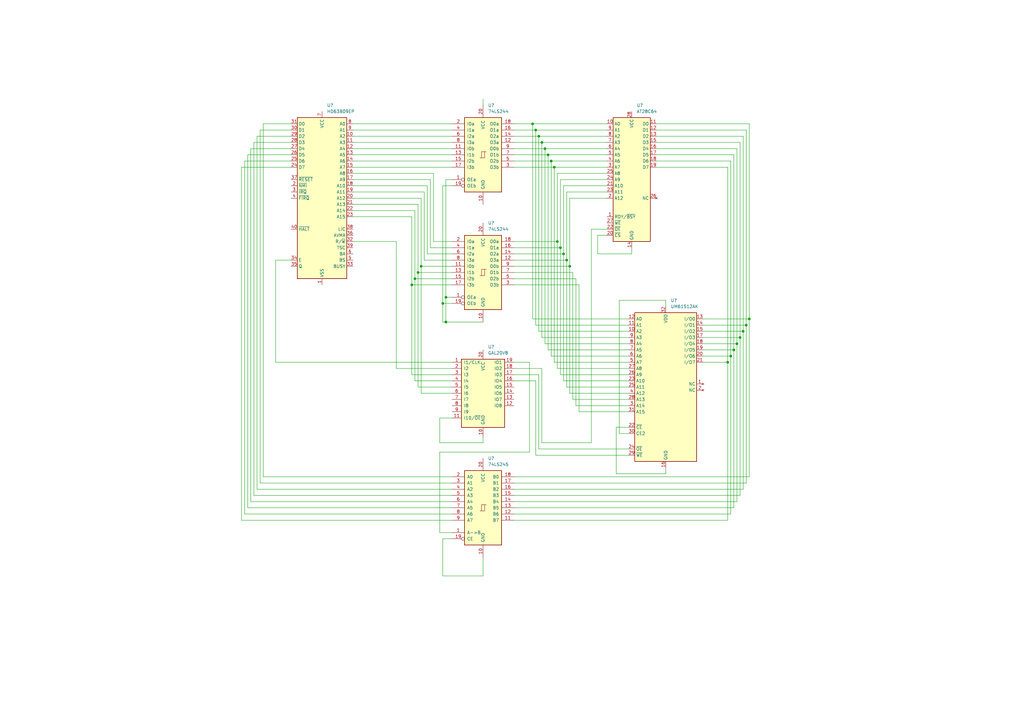
<source format=kicad_sch>
(kicad_sch (version 20211123) (generator eeschema)

  (uuid 126557b2-cbc3-422e-be8c-6b6d101f4b22)

  (paper "A3")

  (lib_symbols
    (symbol "74xx:74LS244" (pin_names (offset 1.016)) (in_bom yes) (on_board yes)
      (property "Reference" "U" (id 0) (at -7.62 16.51 0)
        (effects (font (size 1.27 1.27)))
      )
      (property "Value" "74LS244" (id 1) (at -7.62 -16.51 0)
        (effects (font (size 1.27 1.27)))
      )
      (property "Footprint" "" (id 2) (at 0 0 0)
        (effects (font (size 1.27 1.27)) hide)
      )
      (property "Datasheet" "http://www.ti.com/lit/ds/symlink/sn74ls244.pdf" (id 3) (at 0 0 0)
        (effects (font (size 1.27 1.27)) hide)
      )
      (property "ki_keywords" "7400 logic ttl low power schottky" (id 4) (at 0 0 0)
        (effects (font (size 1.27 1.27)) hide)
      )
      (property "ki_description" "Octal Buffer and Line Driver With 3-State Output, active-low enables, non-inverting outputs" (id 5) (at 0 0 0)
        (effects (font (size 1.27 1.27)) hide)
      )
      (property "ki_fp_filters" "DIP?20*" (id 6) (at 0 0 0)
        (effects (font (size 1.27 1.27)) hide)
      )
      (symbol "74LS244_1_0"
        (polyline
          (pts
            (xy -0.635 -1.27)
            (xy -0.635 1.27)
            (xy 0.635 1.27)
          )
          (stroke (width 0) (type default) (color 0 0 0 0))
          (fill (type none))
        )
        (polyline
          (pts
            (xy -1.27 -1.27)
            (xy 0.635 -1.27)
            (xy 0.635 1.27)
            (xy 1.27 1.27)
          )
          (stroke (width 0) (type default) (color 0 0 0 0))
          (fill (type none))
        )
        (pin input inverted (at -12.7 -10.16 0) (length 5.08)
          (name "OEa" (effects (font (size 1.27 1.27))))
          (number "1" (effects (font (size 1.27 1.27))))
        )
        (pin power_in line (at 0 -20.32 90) (length 5.08)
          (name "GND" (effects (font (size 1.27 1.27))))
          (number "10" (effects (font (size 1.27 1.27))))
        )
        (pin input line (at -12.7 2.54 0) (length 5.08)
          (name "I0b" (effects (font (size 1.27 1.27))))
          (number "11" (effects (font (size 1.27 1.27))))
        )
        (pin tri_state line (at 12.7 5.08 180) (length 5.08)
          (name "O3a" (effects (font (size 1.27 1.27))))
          (number "12" (effects (font (size 1.27 1.27))))
        )
        (pin input line (at -12.7 0 0) (length 5.08)
          (name "I1b" (effects (font (size 1.27 1.27))))
          (number "13" (effects (font (size 1.27 1.27))))
        )
        (pin tri_state line (at 12.7 7.62 180) (length 5.08)
          (name "O2a" (effects (font (size 1.27 1.27))))
          (number "14" (effects (font (size 1.27 1.27))))
        )
        (pin input line (at -12.7 -2.54 0) (length 5.08)
          (name "I2b" (effects (font (size 1.27 1.27))))
          (number "15" (effects (font (size 1.27 1.27))))
        )
        (pin tri_state line (at 12.7 10.16 180) (length 5.08)
          (name "O1a" (effects (font (size 1.27 1.27))))
          (number "16" (effects (font (size 1.27 1.27))))
        )
        (pin input line (at -12.7 -5.08 0) (length 5.08)
          (name "I3b" (effects (font (size 1.27 1.27))))
          (number "17" (effects (font (size 1.27 1.27))))
        )
        (pin tri_state line (at 12.7 12.7 180) (length 5.08)
          (name "O0a" (effects (font (size 1.27 1.27))))
          (number "18" (effects (font (size 1.27 1.27))))
        )
        (pin input inverted (at -12.7 -12.7 0) (length 5.08)
          (name "OEb" (effects (font (size 1.27 1.27))))
          (number "19" (effects (font (size 1.27 1.27))))
        )
        (pin input line (at -12.7 12.7 0) (length 5.08)
          (name "I0a" (effects (font (size 1.27 1.27))))
          (number "2" (effects (font (size 1.27 1.27))))
        )
        (pin power_in line (at 0 20.32 270) (length 5.08)
          (name "VCC" (effects (font (size 1.27 1.27))))
          (number "20" (effects (font (size 1.27 1.27))))
        )
        (pin tri_state line (at 12.7 -5.08 180) (length 5.08)
          (name "O3b" (effects (font (size 1.27 1.27))))
          (number "3" (effects (font (size 1.27 1.27))))
        )
        (pin input line (at -12.7 10.16 0) (length 5.08)
          (name "I1a" (effects (font (size 1.27 1.27))))
          (number "4" (effects (font (size 1.27 1.27))))
        )
        (pin tri_state line (at 12.7 -2.54 180) (length 5.08)
          (name "O2b" (effects (font (size 1.27 1.27))))
          (number "5" (effects (font (size 1.27 1.27))))
        )
        (pin input line (at -12.7 7.62 0) (length 5.08)
          (name "I2a" (effects (font (size 1.27 1.27))))
          (number "6" (effects (font (size 1.27 1.27))))
        )
        (pin tri_state line (at 12.7 0 180) (length 5.08)
          (name "O1b" (effects (font (size 1.27 1.27))))
          (number "7" (effects (font (size 1.27 1.27))))
        )
        (pin input line (at -12.7 5.08 0) (length 5.08)
          (name "I3a" (effects (font (size 1.27 1.27))))
          (number "8" (effects (font (size 1.27 1.27))))
        )
        (pin tri_state line (at 12.7 2.54 180) (length 5.08)
          (name "O0b" (effects (font (size 1.27 1.27))))
          (number "9" (effects (font (size 1.27 1.27))))
        )
      )
      (symbol "74LS244_1_1"
        (rectangle (start -7.62 15.24) (end 7.62 -15.24)
          (stroke (width 0.254) (type default) (color 0 0 0 0))
          (fill (type background))
        )
      )
    )
    (symbol "74xx:74LS245" (pin_names (offset 1.016)) (in_bom yes) (on_board yes)
      (property "Reference" "U" (id 0) (at -7.62 16.51 0)
        (effects (font (size 1.27 1.27)))
      )
      (property "Value" "74LS245" (id 1) (at -7.62 -16.51 0)
        (effects (font (size 1.27 1.27)))
      )
      (property "Footprint" "" (id 2) (at 0 0 0)
        (effects (font (size 1.27 1.27)) hide)
      )
      (property "Datasheet" "http://www.ti.com/lit/gpn/sn74LS245" (id 3) (at 0 0 0)
        (effects (font (size 1.27 1.27)) hide)
      )
      (property "ki_locked" "" (id 4) (at 0 0 0)
        (effects (font (size 1.27 1.27)))
      )
      (property "ki_keywords" "TTL BUS 3State" (id 5) (at 0 0 0)
        (effects (font (size 1.27 1.27)) hide)
      )
      (property "ki_description" "Octal BUS Transceivers, 3-State outputs" (id 6) (at 0 0 0)
        (effects (font (size 1.27 1.27)) hide)
      )
      (property "ki_fp_filters" "DIP?20*" (id 7) (at 0 0 0)
        (effects (font (size 1.27 1.27)) hide)
      )
      (symbol "74LS245_1_0"
        (polyline
          (pts
            (xy -0.635 -1.27)
            (xy -0.635 1.27)
            (xy 0.635 1.27)
          )
          (stroke (width 0) (type default) (color 0 0 0 0))
          (fill (type none))
        )
        (polyline
          (pts
            (xy -1.27 -1.27)
            (xy 0.635 -1.27)
            (xy 0.635 1.27)
            (xy 1.27 1.27)
          )
          (stroke (width 0) (type default) (color 0 0 0 0))
          (fill (type none))
        )
        (pin input line (at -12.7 -10.16 0) (length 5.08)
          (name "A->B" (effects (font (size 1.27 1.27))))
          (number "1" (effects (font (size 1.27 1.27))))
        )
        (pin power_in line (at 0 -20.32 90) (length 5.08)
          (name "GND" (effects (font (size 1.27 1.27))))
          (number "10" (effects (font (size 1.27 1.27))))
        )
        (pin tri_state line (at 12.7 -5.08 180) (length 5.08)
          (name "B7" (effects (font (size 1.27 1.27))))
          (number "11" (effects (font (size 1.27 1.27))))
        )
        (pin tri_state line (at 12.7 -2.54 180) (length 5.08)
          (name "B6" (effects (font (size 1.27 1.27))))
          (number "12" (effects (font (size 1.27 1.27))))
        )
        (pin tri_state line (at 12.7 0 180) (length 5.08)
          (name "B5" (effects (font (size 1.27 1.27))))
          (number "13" (effects (font (size 1.27 1.27))))
        )
        (pin tri_state line (at 12.7 2.54 180) (length 5.08)
          (name "B4" (effects (font (size 1.27 1.27))))
          (number "14" (effects (font (size 1.27 1.27))))
        )
        (pin tri_state line (at 12.7 5.08 180) (length 5.08)
          (name "B3" (effects (font (size 1.27 1.27))))
          (number "15" (effects (font (size 1.27 1.27))))
        )
        (pin tri_state line (at 12.7 7.62 180) (length 5.08)
          (name "B2" (effects (font (size 1.27 1.27))))
          (number "16" (effects (font (size 1.27 1.27))))
        )
        (pin tri_state line (at 12.7 10.16 180) (length 5.08)
          (name "B1" (effects (font (size 1.27 1.27))))
          (number "17" (effects (font (size 1.27 1.27))))
        )
        (pin tri_state line (at 12.7 12.7 180) (length 5.08)
          (name "B0" (effects (font (size 1.27 1.27))))
          (number "18" (effects (font (size 1.27 1.27))))
        )
        (pin input inverted (at -12.7 -12.7 0) (length 5.08)
          (name "CE" (effects (font (size 1.27 1.27))))
          (number "19" (effects (font (size 1.27 1.27))))
        )
        (pin tri_state line (at -12.7 12.7 0) (length 5.08)
          (name "A0" (effects (font (size 1.27 1.27))))
          (number "2" (effects (font (size 1.27 1.27))))
        )
        (pin power_in line (at 0 20.32 270) (length 5.08)
          (name "VCC" (effects (font (size 1.27 1.27))))
          (number "20" (effects (font (size 1.27 1.27))))
        )
        (pin tri_state line (at -12.7 10.16 0) (length 5.08)
          (name "A1" (effects (font (size 1.27 1.27))))
          (number "3" (effects (font (size 1.27 1.27))))
        )
        (pin tri_state line (at -12.7 7.62 0) (length 5.08)
          (name "A2" (effects (font (size 1.27 1.27))))
          (number "4" (effects (font (size 1.27 1.27))))
        )
        (pin tri_state line (at -12.7 5.08 0) (length 5.08)
          (name "A3" (effects (font (size 1.27 1.27))))
          (number "5" (effects (font (size 1.27 1.27))))
        )
        (pin tri_state line (at -12.7 2.54 0) (length 5.08)
          (name "A4" (effects (font (size 1.27 1.27))))
          (number "6" (effects (font (size 1.27 1.27))))
        )
        (pin tri_state line (at -12.7 0 0) (length 5.08)
          (name "A5" (effects (font (size 1.27 1.27))))
          (number "7" (effects (font (size 1.27 1.27))))
        )
        (pin tri_state line (at -12.7 -2.54 0) (length 5.08)
          (name "A6" (effects (font (size 1.27 1.27))))
          (number "8" (effects (font (size 1.27 1.27))))
        )
        (pin tri_state line (at -12.7 -5.08 0) (length 5.08)
          (name "A7" (effects (font (size 1.27 1.27))))
          (number "9" (effects (font (size 1.27 1.27))))
        )
      )
      (symbol "74LS245_1_1"
        (rectangle (start -7.62 15.24) (end 7.62 -15.24)
          (stroke (width 0.254) (type default) (color 0 0 0 0))
          (fill (type background))
        )
      )
    )
    (symbol "AT28C64:AT28C64" (in_bom yes) (on_board yes)
      (property "Reference" "U" (id 0) (at -7.62 26.67 0)
        (effects (font (size 1.27 1.27)))
      )
      (property "Value" "AT28C64" (id 1) (at -3.81 1.27 0)
        (effects (font (size 1.27 1.27)) (justify left))
      )
      (property "Footprint" "Package_DIP:DIP-28_W15.24mm" (id 2) (at 1.27 -26.67 0)
        (effects (font (size 1.27 1.27)) hide)
      )
      (property "Datasheet" "" (id 3) (at 0 0 0)
        (effects (font (size 1.27 1.27)) hide)
      )
      (property "ki_keywords" "Parallel EEPROM 16kb " (id 4) (at 0 0 0)
        (effects (font (size 1.27 1.27)) hide)
      )
      (property "ki_description" "Paged Parallel EEPROM 16kb (16K x 8), DIP-28/SOIC-28" (id 5) (at 0 0 0)
        (effects (font (size 1.27 1.27)) hide)
      )
      (property "ki_fp_filters" "DIP*W15.24mm* SOIC*7.5x17.9mm*P1.27mm*" (id 6) (at 0 0 0)
        (effects (font (size 1.27 1.27)) hide)
      )
      (symbol "AT28C64_1_1"
        (rectangle (start -7.62 25.4) (end 7.62 -25.4)
          (stroke (width 0.254) (type default) (color 0 0 0 0))
          (fill (type background))
        )
        (pin input line (at -10.16 -15.24 0) (length 2.54)
          (name "RDY/~{BSY}" (effects (font (size 1.27 1.27))))
          (number "1" (effects (font (size 1.27 1.27))))
        )
        (pin input line (at -10.16 22.86 0) (length 2.54)
          (name "A0" (effects (font (size 1.27 1.27))))
          (number "10" (effects (font (size 1.27 1.27))))
        )
        (pin tri_state line (at 10.16 22.86 180) (length 2.54)
          (name "D0" (effects (font (size 1.27 1.27))))
          (number "11" (effects (font (size 1.27 1.27))))
        )
        (pin tri_state line (at 10.16 20.32 180) (length 2.54)
          (name "D1" (effects (font (size 1.27 1.27))))
          (number "12" (effects (font (size 1.27 1.27))))
        )
        (pin tri_state line (at 10.16 17.78 180) (length 2.54)
          (name "D2" (effects (font (size 1.27 1.27))))
          (number "13" (effects (font (size 1.27 1.27))))
        )
        (pin power_in line (at 0 -27.94 90) (length 2.54)
          (name "GND" (effects (font (size 1.27 1.27))))
          (number "14" (effects (font (size 1.27 1.27))))
        )
        (pin tri_state line (at 10.16 15.24 180) (length 2.54)
          (name "D3" (effects (font (size 1.27 1.27))))
          (number "15" (effects (font (size 1.27 1.27))))
        )
        (pin tri_state line (at 10.16 12.7 180) (length 2.54)
          (name "D4" (effects (font (size 1.27 1.27))))
          (number "16" (effects (font (size 1.27 1.27))))
        )
        (pin tri_state line (at 10.16 10.16 180) (length 2.54)
          (name "D5" (effects (font (size 1.27 1.27))))
          (number "17" (effects (font (size 1.27 1.27))))
        )
        (pin tri_state line (at 10.16 7.62 180) (length 2.54)
          (name "D6" (effects (font (size 1.27 1.27))))
          (number "18" (effects (font (size 1.27 1.27))))
        )
        (pin tri_state line (at 10.16 5.08 180) (length 2.54)
          (name "D7" (effects (font (size 1.27 1.27))))
          (number "19" (effects (font (size 1.27 1.27))))
        )
        (pin input line (at -10.16 -7.62 0) (length 2.54)
          (name "A12" (effects (font (size 1.27 1.27))))
          (number "2" (effects (font (size 1.27 1.27))))
        )
        (pin input line (at -10.16 -22.86 0) (length 2.54)
          (name "~{CS}" (effects (font (size 1.27 1.27))))
          (number "20" (effects (font (size 1.27 1.27))))
        )
        (pin input line (at -10.16 -2.54 0) (length 2.54)
          (name "A10" (effects (font (size 1.27 1.27))))
          (number "21" (effects (font (size 1.27 1.27))))
        )
        (pin input line (at -10.16 -20.32 0) (length 2.54)
          (name "~{OE}" (effects (font (size 1.27 1.27))))
          (number "22" (effects (font (size 1.27 1.27))))
        )
        (pin input line (at -10.16 -5.08 0) (length 2.54)
          (name "A11" (effects (font (size 1.27 1.27))))
          (number "23" (effects (font (size 1.27 1.27))))
        )
        (pin input line (at -10.16 0 0) (length 2.54)
          (name "A9" (effects (font (size 1.27 1.27))))
          (number "24" (effects (font (size 1.27 1.27))))
        )
        (pin input line (at -10.16 2.54 0) (length 2.54)
          (name "A8" (effects (font (size 1.27 1.27))))
          (number "25" (effects (font (size 1.27 1.27))))
        )
        (pin no_connect line (at 10.16 -7.62 180) (length 2.54)
          (name "NC" (effects (font (size 1.27 1.27))))
          (number "26" (effects (font (size 1.27 1.27))))
        )
        (pin input line (at -10.16 -17.78 0) (length 2.54)
          (name "~{WE}" (effects (font (size 1.27 1.27))))
          (number "27" (effects (font (size 1.27 1.27))))
        )
        (pin power_in line (at 0 27.94 270) (length 2.54)
          (name "VCC" (effects (font (size 1.27 1.27))))
          (number "28" (effects (font (size 1.27 1.27))))
        )
        (pin input line (at -10.16 5.08 0) (length 2.54)
          (name "A7" (effects (font (size 1.27 1.27))))
          (number "3" (effects (font (size 1.27 1.27))))
        )
        (pin input line (at -10.16 7.62 0) (length 2.54)
          (name "A6" (effects (font (size 1.27 1.27))))
          (number "4" (effects (font (size 1.27 1.27))))
        )
        (pin input line (at -10.16 10.16 0) (length 2.54)
          (name "A5" (effects (font (size 1.27 1.27))))
          (number "5" (effects (font (size 1.27 1.27))))
        )
        (pin input line (at -10.16 12.7 0) (length 2.54)
          (name "A4" (effects (font (size 1.27 1.27))))
          (number "6" (effects (font (size 1.27 1.27))))
        )
        (pin input line (at -10.16 15.24 0) (length 2.54)
          (name "A3" (effects (font (size 1.27 1.27))))
          (number "7" (effects (font (size 1.27 1.27))))
        )
        (pin input line (at -10.16 17.78 0) (length 2.54)
          (name "A2" (effects (font (size 1.27 1.27))))
          (number "8" (effects (font (size 1.27 1.27))))
        )
        (pin input line (at -10.16 20.32 0) (length 2.54)
          (name "A1" (effects (font (size 1.27 1.27))))
          (number "9" (effects (font (size 1.27 1.27))))
        )
      )
    )
    (symbol "GAL20V8:GAL20V8" (pin_names (offset 1.016)) (in_bom yes) (on_board yes)
      (property "Reference" "U" (id 0) (at -8.89 16.51 0)
        (effects (font (size 1.27 1.27)) (justify left))
      )
      (property "Value" "GAL20V8" (id 1) (at 1.27 16.51 0)
        (effects (font (size 1.27 1.27)) (justify left))
      )
      (property "Footprint" "" (id 2) (at 0 0 0)
        (effects (font (size 1.27 1.27)) hide)
      )
      (property "Datasheet" "" (id 3) (at 0 0 0)
        (effects (font (size 1.27 1.27)) hide)
      )
      (property "ki_keywords" "GAL PLD 16V8" (id 4) (at 0 0 0)
        (effects (font (size 1.27 1.27)) hide)
      )
      (property "ki_description" "Programmable Logic Array, DIP-20/SOIC-20/PLCC-20" (id 5) (at 0 0 0)
        (effects (font (size 1.27 1.27)) hide)
      )
      (property "ki_fp_filters" "DIP* PDIP* SOIC* SO* PLCC*" (id 6) (at 0 0 0)
        (effects (font (size 1.27 1.27)) hide)
      )
      (symbol "GAL20V8_0_0"
        (pin power_in line (at 0 -17.78 90) (length 3.81)
          (name "GND" (effects (font (size 1.27 1.27))))
          (number "10" (effects (font (size 1.27 1.27))))
        )
        (pin power_in line (at 0 17.78 270) (length 3.81)
          (name "VCC" (effects (font (size 1.27 1.27))))
          (number "20" (effects (font (size 1.27 1.27))))
        )
      )
      (symbol "GAL20V8_0_1"
        (rectangle (start -8.89 13.97) (end 8.89 -13.97)
          (stroke (width 0.254) (type default) (color 0 0 0 0))
          (fill (type background))
        )
      )
      (symbol "GAL20V8_1_1"
        (pin input line (at -12.7 12.7 0) (length 3.81)
          (name "I1/CLK" (effects (font (size 1.27 1.27))))
          (number "1" (effects (font (size 1.27 1.27))))
        )
        (pin input line (at -12.7 -10.16 0) (length 3.81)
          (name "I10/~{OE}" (effects (font (size 1.27 1.27))))
          (number "11" (effects (font (size 1.27 1.27))))
        )
        (pin tri_state line (at 12.7 -5.08 180) (length 3.81)
          (name "IO8" (effects (font (size 1.27 1.27))))
          (number "12" (effects (font (size 1.27 1.27))))
        )
        (pin tri_state line (at 12.7 -2.54 180) (length 3.81)
          (name "IO7" (effects (font (size 1.27 1.27))))
          (number "13" (effects (font (size 1.27 1.27))))
        )
        (pin tri_state line (at 12.7 0 180) (length 3.81)
          (name "IO6" (effects (font (size 1.27 1.27))))
          (number "14" (effects (font (size 1.27 1.27))))
        )
        (pin tri_state line (at 12.7 2.54 180) (length 3.81)
          (name "IO5" (effects (font (size 1.27 1.27))))
          (number "15" (effects (font (size 1.27 1.27))))
        )
        (pin tri_state line (at 12.7 5.08 180) (length 3.81)
          (name "IO4" (effects (font (size 1.27 1.27))))
          (number "16" (effects (font (size 1.27 1.27))))
        )
        (pin tri_state line (at 12.7 7.62 180) (length 3.81)
          (name "I03" (effects (font (size 1.27 1.27))))
          (number "17" (effects (font (size 1.27 1.27))))
        )
        (pin tri_state line (at 12.7 10.16 180) (length 3.81)
          (name "IO2" (effects (font (size 1.27 1.27))))
          (number "18" (effects (font (size 1.27 1.27))))
        )
        (pin tri_state line (at 12.7 12.7 180) (length 3.81)
          (name "IO1" (effects (font (size 1.27 1.27))))
          (number "19" (effects (font (size 1.27 1.27))))
        )
        (pin input line (at -12.7 10.16 0) (length 3.81)
          (name "I2" (effects (font (size 1.27 1.27))))
          (number "2" (effects (font (size 1.27 1.27))))
        )
        (pin input line (at -12.7 7.62 0) (length 3.81)
          (name "I3" (effects (font (size 1.27 1.27))))
          (number "3" (effects (font (size 1.27 1.27))))
        )
        (pin input line (at -12.7 5.08 0) (length 3.81)
          (name "I4" (effects (font (size 1.27 1.27))))
          (number "4" (effects (font (size 1.27 1.27))))
        )
        (pin input line (at -12.7 2.54 0) (length 3.81)
          (name "I5" (effects (font (size 1.27 1.27))))
          (number "5" (effects (font (size 1.27 1.27))))
        )
        (pin input line (at -12.7 0 0) (length 3.81)
          (name "I6" (effects (font (size 1.27 1.27))))
          (number "6" (effects (font (size 1.27 1.27))))
        )
        (pin input line (at -12.7 -2.54 0) (length 3.81)
          (name "I7" (effects (font (size 1.27 1.27))))
          (number "7" (effects (font (size 1.27 1.27))))
        )
        (pin input line (at -12.7 -5.08 0) (length 3.81)
          (name "I8" (effects (font (size 1.27 1.27))))
          (number "8" (effects (font (size 1.27 1.27))))
        )
        (pin input line (at -12.7 -7.62 0) (length 3.81)
          (name "I9" (effects (font (size 1.27 1.27))))
          (number "9" (effects (font (size 1.27 1.27))))
        )
      )
    )
    (symbol "HD63B09EP:HD63B09EP" (in_bom yes) (on_board yes)
      (property "Reference" "U" (id 0) (at -7.62 34.544 0)
        (effects (font (size 1.27 1.27)) (justify right))
      )
      (property "Value" "HD63B09EP" (id 1) (at 6.35 11.43 0)
        (effects (font (size 1.27 1.27)) (justify right))
      )
      (property "Footprint" "Package_DIP:DIP-40_W15.24mm" (id 2) (at 0 -38.1 0)
        (effects (font (size 1.27 1.27)) hide)
      )
      (property "Datasheet" "" (id 3) (at -2.54 36.195 0)
        (effects (font (size 1.27 1.27)) hide)
      )
      (property "ki_keywords" "MCU" (id 4) (at 0 0 0)
        (effects (font (size 1.27 1.27)) hide)
      )
      (property "ki_description" "8-Bit Microprocessing unit 2.0MHz, DIP-40" (id 5) (at 0 0 0)
        (effects (font (size 1.27 1.27)) hide)
      )
      (property "ki_fp_filters" "DIP*W15.24mm*" (id 6) (at 0 0 0)
        (effects (font (size 1.27 1.27)) hide)
      )
      (symbol "HD63B09EP_0_1"
        (rectangle (start -10.16 -33.02) (end 10.16 33.02)
          (stroke (width 0.254) (type default) (color 0 0 0 0))
          (fill (type background))
        )
      )
      (symbol "HD63B09EP_1_1"
        (pin power_in line (at 0 -35.56 90) (length 2.54)
          (name "VSS" (effects (font (size 1.27 1.27))))
          (number "1" (effects (font (size 1.27 1.27))))
        )
        (pin output line (at 12.7 25.4 180) (length 2.54)
          (name "A2" (effects (font (size 1.27 1.27))))
          (number "10" (effects (font (size 1.27 1.27))))
        )
        (pin output line (at 12.7 22.86 180) (length 2.54)
          (name "A3" (effects (font (size 1.27 1.27))))
          (number "11" (effects (font (size 1.27 1.27))))
        )
        (pin output line (at 12.7 20.32 180) (length 2.54)
          (name "A4" (effects (font (size 1.27 1.27))))
          (number "12" (effects (font (size 1.27 1.27))))
        )
        (pin output line (at 12.7 17.78 180) (length 2.54)
          (name "A5" (effects (font (size 1.27 1.27))))
          (number "13" (effects (font (size 1.27 1.27))))
        )
        (pin output line (at 12.7 15.24 180) (length 2.54)
          (name "A6" (effects (font (size 1.27 1.27))))
          (number "14" (effects (font (size 1.27 1.27))))
        )
        (pin output line (at 12.7 12.7 180) (length 2.54)
          (name "A7" (effects (font (size 1.27 1.27))))
          (number "15" (effects (font (size 1.27 1.27))))
        )
        (pin output line (at 12.7 10.16 180) (length 2.54)
          (name "A8" (effects (font (size 1.27 1.27))))
          (number "16" (effects (font (size 1.27 1.27))))
        )
        (pin output line (at 12.7 7.62 180) (length 2.54)
          (name "A9" (effects (font (size 1.27 1.27))))
          (number "17" (effects (font (size 1.27 1.27))))
        )
        (pin output line (at 12.7 5.08 180) (length 2.54)
          (name "A10" (effects (font (size 1.27 1.27))))
          (number "18" (effects (font (size 1.27 1.27))))
        )
        (pin output line (at 12.7 2.54 180) (length 2.54)
          (name "A11" (effects (font (size 1.27 1.27))))
          (number "19" (effects (font (size 1.27 1.27))))
        )
        (pin input line (at -12.7 5.08 0) (length 2.54)
          (name "~{NMI}" (effects (font (size 1.27 1.27))))
          (number "2" (effects (font (size 1.27 1.27))))
        )
        (pin output line (at 12.7 0 180) (length 2.54)
          (name "A12" (effects (font (size 1.27 1.27))))
          (number "20" (effects (font (size 1.27 1.27))))
        )
        (pin output line (at 12.7 -2.54 180) (length 2.54)
          (name "A13" (effects (font (size 1.27 1.27))))
          (number "21" (effects (font (size 1.27 1.27))))
        )
        (pin output line (at 12.7 -5.08 180) (length 2.54)
          (name "A14" (effects (font (size 1.27 1.27))))
          (number "22" (effects (font (size 1.27 1.27))))
        )
        (pin output line (at 12.7 -7.62 180) (length 2.54)
          (name "A15" (effects (font (size 1.27 1.27))))
          (number "23" (effects (font (size 1.27 1.27))))
        )
        (pin bidirectional line (at -12.7 12.7 0) (length 2.54)
          (name "D7" (effects (font (size 1.27 1.27))))
          (number "24" (effects (font (size 1.27 1.27))))
        )
        (pin bidirectional line (at -12.7 15.24 0) (length 2.54)
          (name "D6" (effects (font (size 1.27 1.27))))
          (number "25" (effects (font (size 1.27 1.27))))
        )
        (pin bidirectional line (at -12.7 17.78 0) (length 2.54)
          (name "D5" (effects (font (size 1.27 1.27))))
          (number "26" (effects (font (size 1.27 1.27))))
        )
        (pin bidirectional line (at -12.7 20.32 0) (length 2.54)
          (name "D4" (effects (font (size 1.27 1.27))))
          (number "27" (effects (font (size 1.27 1.27))))
        )
        (pin bidirectional line (at -12.7 22.86 0) (length 2.54)
          (name "D3" (effects (font (size 1.27 1.27))))
          (number "28" (effects (font (size 1.27 1.27))))
        )
        (pin bidirectional line (at -12.7 25.4 0) (length 2.54)
          (name "D2" (effects (font (size 1.27 1.27))))
          (number "29" (effects (font (size 1.27 1.27))))
        )
        (pin input line (at -12.7 2.54 0) (length 2.54)
          (name "~{IRQ}" (effects (font (size 1.27 1.27))))
          (number "3" (effects (font (size 1.27 1.27))))
        )
        (pin bidirectional line (at -12.7 27.94 0) (length 2.54)
          (name "D1" (effects (font (size 1.27 1.27))))
          (number "30" (effects (font (size 1.27 1.27))))
        )
        (pin bidirectional line (at -12.7 30.48 0) (length 2.54)
          (name "D0" (effects (font (size 1.27 1.27))))
          (number "31" (effects (font (size 1.27 1.27))))
        )
        (pin output line (at 12.7 -17.78 180) (length 2.54)
          (name "R/~{W}" (effects (font (size 1.27 1.27))))
          (number "32" (effects (font (size 1.27 1.27))))
        )
        (pin output line (at 12.7 -27.94 180) (length 2.54)
          (name "BUSY" (effects (font (size 1.27 1.27))))
          (number "33" (effects (font (size 1.27 1.27))))
        )
        (pin input line (at -12.7 -25.4 0) (length 2.54)
          (name "E" (effects (font (size 1.27 1.27))))
          (number "34" (effects (font (size 1.27 1.27))))
        )
        (pin input line (at -12.7 -27.94 0) (length 2.54)
          (name "Q" (effects (font (size 1.27 1.27))))
          (number "35" (effects (font (size 1.27 1.27))))
        )
        (pin output line (at 12.7 -15.24 180) (length 2.54)
          (name "AVMA" (effects (font (size 1.27 1.27))))
          (number "36" (effects (font (size 1.27 1.27))))
        )
        (pin input line (at -12.7 7.62 0) (length 2.54)
          (name "~{RESET}" (effects (font (size 1.27 1.27))))
          (number "37" (effects (font (size 1.27 1.27))))
        )
        (pin output line (at 12.7 -12.7 180) (length 2.54)
          (name "LIC" (effects (font (size 1.27 1.27))))
          (number "38" (effects (font (size 1.27 1.27))))
        )
        (pin output line (at 12.7 -20.32 180) (length 2.54)
          (name "TSC" (effects (font (size 1.27 1.27))))
          (number "39" (effects (font (size 1.27 1.27))))
        )
        (pin input line (at -12.7 0 0) (length 2.54)
          (name "~{FIRQ}" (effects (font (size 1.27 1.27))))
          (number "4" (effects (font (size 1.27 1.27))))
        )
        (pin input line (at -12.7 -12.7 0) (length 2.54)
          (name "~{HALT}" (effects (font (size 1.27 1.27))))
          (number "40" (effects (font (size 1.27 1.27))))
        )
        (pin output line (at 12.7 -25.4 180) (length 2.54)
          (name "BS" (effects (font (size 1.27 1.27))))
          (number "5" (effects (font (size 1.27 1.27))))
        )
        (pin output line (at 12.7 -22.86 180) (length 2.54)
          (name "BA" (effects (font (size 1.27 1.27))))
          (number "6" (effects (font (size 1.27 1.27))))
        )
        (pin power_in line (at 0 35.56 270) (length 2.54)
          (name "VCC" (effects (font (size 1.27 1.27))))
          (number "7" (effects (font (size 1.27 1.27))))
        )
        (pin output line (at 12.7 30.48 180) (length 2.54)
          (name "A0" (effects (font (size 1.27 1.27))))
          (number "8" (effects (font (size 1.27 1.27))))
        )
        (pin output line (at 12.7 27.94 180) (length 2.54)
          (name "A1" (effects (font (size 1.27 1.27))))
          (number "9" (effects (font (size 1.27 1.27))))
        )
      )
    )
    (symbol "UM61512AK:UM61512AK" (in_bom yes) (on_board yes)
      (property "Reference" "U" (id 0) (at -10.16 31.75 0)
        (effects (font (size 1.27 1.27)))
      )
      (property "Value" "UM61512AK" (id 1) (at 0 2.54 0)
        (effects (font (size 1.27 1.27)))
      )
      (property "Footprint" "Package_DIP:DIP-32_W7.62mm" (id 2) (at 1.27 -31.75 0)
        (effects (font (size 1.27 1.27)) hide)
      )
      (property "Datasheet" "" (id 3) (at 0 0 0)
        (effects (font (size 1.27 1.27)) hide)
      )
      (property "ki_keywords" "SRAM MEMORY" (id 4) (at 0 0 0)
        (effects (font (size 1.27 1.27)) hide)
      )
      (property "ki_description" "512K x 8 HIGH-SPEED CMOS STATIC RAM, 25ns, TSOP II-32" (id 5) (at 0 0 0)
        (effects (font (size 1.27 1.27)) hide)
      )
      (property "ki_fp_filters" "TSOP*21.0x10.2mm*P1.27mm*" (id 6) (at 0 0 0)
        (effects (font (size 1.27 1.27)) hide)
      )
      (symbol "UM61512AK_0_1"
        (rectangle (start -12.7 30.48) (end 12.7 -30.48)
          (stroke (width 0.254) (type default) (color 0 0 0 0))
          (fill (type background))
        )
      )
      (symbol "UM61512AK_1_1"
        (pin no_connect line (at 15.24 1.27 180) (length 2.54)
          (name "NC" (effects (font (size 1.27 1.27))))
          (number "1" (effects (font (size 1.27 1.27))))
        )
        (pin input line (at -15.24 22.86 0) (length 2.54)
          (name "A2" (effects (font (size 1.27 1.27))))
          (number "10" (effects (font (size 1.27 1.27))))
        )
        (pin input line (at -15.24 25.4 0) (length 2.54)
          (name "A1" (effects (font (size 1.27 1.27))))
          (number "11" (effects (font (size 1.27 1.27))))
        )
        (pin input line (at -15.24 27.94 0) (length 2.54)
          (name "A0" (effects (font (size 1.27 1.27))))
          (number "12" (effects (font (size 1.27 1.27))))
        )
        (pin bidirectional line (at 15.24 27.94 180) (length 2.54)
          (name "I/O0" (effects (font (size 1.27 1.27))))
          (number "13" (effects (font (size 1.27 1.27))))
        )
        (pin bidirectional line (at 15.24 25.4 180) (length 2.54)
          (name "I/O1" (effects (font (size 1.27 1.27))))
          (number "14" (effects (font (size 1.27 1.27))))
        )
        (pin bidirectional line (at 15.24 22.86 180) (length 2.54)
          (name "I/O2" (effects (font (size 1.27 1.27))))
          (number "15" (effects (font (size 1.27 1.27))))
        )
        (pin power_in line (at 0 -33.02 90) (length 2.54)
          (name "GND" (effects (font (size 1.27 1.27))))
          (number "16" (effects (font (size 1.27 1.27))))
        )
        (pin bidirectional line (at 15.24 20.32 180) (length 2.54)
          (name "I/O3" (effects (font (size 1.27 1.27))))
          (number "17" (effects (font (size 1.27 1.27))))
        )
        (pin bidirectional line (at 15.24 17.78 180) (length 2.54)
          (name "I/O4" (effects (font (size 1.27 1.27))))
          (number "18" (effects (font (size 1.27 1.27))))
        )
        (pin bidirectional line (at 15.24 15.24 180) (length 2.54)
          (name "I/O5" (effects (font (size 1.27 1.27))))
          (number "19" (effects (font (size 1.27 1.27))))
        )
        (pin no_connect line (at 15.24 -1.27 180) (length 2.54)
          (name "NC" (effects (font (size 1.27 1.27))))
          (number "2" (effects (font (size 1.27 1.27))))
        )
        (pin bidirectional line (at 15.24 12.7 180) (length 2.54)
          (name "I/O6" (effects (font (size 1.27 1.27))))
          (number "20" (effects (font (size 1.27 1.27))))
        )
        (pin bidirectional line (at 15.24 10.16 180) (length 2.54)
          (name "I/O7" (effects (font (size 1.27 1.27))))
          (number "21" (effects (font (size 1.27 1.27))))
        )
        (pin input line (at -15.24 -16.51 0) (length 2.54)
          (name "~{CE}" (effects (font (size 1.27 1.27))))
          (number "22" (effects (font (size 1.27 1.27))))
        )
        (pin input line (at -15.24 2.54 0) (length 2.54)
          (name "A10" (effects (font (size 1.27 1.27))))
          (number "23" (effects (font (size 1.27 1.27))))
        )
        (pin input line (at -15.24 -25.4 0) (length 2.54)
          (name "~{OE}" (effects (font (size 1.27 1.27))))
          (number "24" (effects (font (size 1.27 1.27))))
        )
        (pin input line (at -15.24 0 0) (length 2.54)
          (name "A11" (effects (font (size 1.27 1.27))))
          (number "25" (effects (font (size 1.27 1.27))))
        )
        (pin input line (at -15.24 5.08 0) (length 2.54)
          (name "A9" (effects (font (size 1.27 1.27))))
          (number "26" (effects (font (size 1.27 1.27))))
        )
        (pin input line (at -15.24 7.62 0) (length 2.54)
          (name "A8" (effects (font (size 1.27 1.27))))
          (number "27" (effects (font (size 1.27 1.27))))
        )
        (pin input line (at -15.24 -5.08 0) (length 2.54)
          (name "A13" (effects (font (size 1.27 1.27))))
          (number "28" (effects (font (size 1.27 1.27))))
        )
        (pin input line (at -15.24 -27.94 0) (length 2.54)
          (name "~{WE}" (effects (font (size 1.27 1.27))))
          (number "29" (effects (font (size 1.27 1.27))))
        )
        (pin input line (at -15.24 -7.62 0) (length 2.54)
          (name "A14" (effects (font (size 1.27 1.27))))
          (number "3" (effects (font (size 1.27 1.27))))
        )
        (pin input line (at -15.24 -19.05 0) (length 2.54)
          (name "CE2" (effects (font (size 1.27 1.27))))
          (number "30" (effects (font (size 1.27 1.27))))
        )
        (pin input line (at -15.24 -10.16 0) (length 2.54)
          (name "A15" (effects (font (size 1.27 1.27))))
          (number "31" (effects (font (size 1.27 1.27))))
        )
        (pin power_in line (at 0 33.02 270) (length 2.54)
          (name "VDD" (effects (font (size 1.27 1.27))))
          (number "32" (effects (font (size 1.27 1.27))))
        )
        (pin input line (at -15.24 -2.54 0) (length 2.54)
          (name "A12" (effects (font (size 1.27 1.27))))
          (number "4" (effects (font (size 1.27 1.27))))
        )
        (pin input line (at -15.24 10.16 0) (length 2.54)
          (name "A7" (effects (font (size 1.27 1.27))))
          (number "5" (effects (font (size 1.27 1.27))))
        )
        (pin input line (at -15.24 12.7 0) (length 2.54)
          (name "A6" (effects (font (size 1.27 1.27))))
          (number "6" (effects (font (size 1.27 1.27))))
        )
        (pin input line (at -15.24 15.24 0) (length 2.54)
          (name "A5" (effects (font (size 1.27 1.27))))
          (number "7" (effects (font (size 1.27 1.27))))
        )
        (pin input line (at -15.24 17.78 0) (length 2.54)
          (name "A4" (effects (font (size 1.27 1.27))))
          (number "8" (effects (font (size 1.27 1.27))))
        )
        (pin input line (at -15.24 20.32 0) (length 2.54)
          (name "A3" (effects (font (size 1.27 1.27))))
          (number "9" (effects (font (size 1.27 1.27))))
        )
      )
    )
  )

  (junction (at 300.99 143.51) (diameter 0) (color 0 0 0 0)
    (uuid 04f2671c-b431-4f57-86e8-67df44ea3dd2)
  )
  (junction (at 299.72 146.05) (diameter 0) (color 0 0 0 0)
    (uuid 11608efc-ab82-42e9-be91-bfc1488cfd8e)
  )
  (junction (at 231.14 104.14) (diameter 0) (color 0 0 0 0)
    (uuid 20b96be6-6f84-46cc-a6a6-03060feb272b)
  )
  (junction (at 182.88 132.08) (diameter 0) (color 0 0 0 0)
    (uuid 2be977fb-f913-46a7-b9a3-7a523a466f86)
  )
  (junction (at 298.45 148.59) (diameter 0) (color 0 0 0 0)
    (uuid 2d184a3c-fb41-44a6-bf54-bff3b2a0fddd)
  )
  (junction (at 170.18 114.3) (diameter 0) (color 0 0 0 0)
    (uuid 3bd83fda-7d6e-4306-b67c-1f02c0a953a6)
  )
  (junction (at 219.71 53.34) (diameter 0) (color 0 0 0 0)
    (uuid 3f85e7ca-fd84-4eeb-b93d-b8c11c1114ba)
  )
  (junction (at 303.53 138.43) (diameter 0) (color 0 0 0 0)
    (uuid 49aa7285-ed99-458f-863d-b0d44a4de178)
  )
  (junction (at 229.87 101.6) (diameter 0) (color 0 0 0 0)
    (uuid 64596a93-9e1f-4982-974a-0bc70599cb56)
  )
  (junction (at 226.06 66.04) (diameter 0) (color 0 0 0 0)
    (uuid 798a53e3-9609-4ac0-8da1-ff35e7af191c)
  )
  (junction (at 302.26 140.97) (diameter 0) (color 0 0 0 0)
    (uuid 7dbc3714-a696-46f7-a22e-cad37653e469)
  )
  (junction (at 228.6 99.06) (diameter 0) (color 0 0 0 0)
    (uuid 80be92b2-9234-4db4-964a-c7be36ff4d1e)
  )
  (junction (at 224.79 63.5) (diameter 0) (color 0 0 0 0)
    (uuid 821512ab-b1d1-4dcb-94ad-cf7bd0b0e412)
  )
  (junction (at 181.61 124.46) (diameter 0) (color 0 0 0 0)
    (uuid 890b2325-c86c-4ce0-8702-f01df9e9f91f)
  )
  (junction (at 182.88 121.92) (diameter 0) (color 0 0 0 0)
    (uuid 892e9c4d-c4bb-46e7-bfdc-506e1fff8799)
  )
  (junction (at 220.98 55.88) (diameter 0) (color 0 0 0 0)
    (uuid 95ebe59a-8980-43a0-a917-3ef941909374)
  )
  (junction (at 218.44 50.8) (diameter 0) (color 0 0 0 0)
    (uuid 9f2c0025-008b-44dd-913e-d8a35b652456)
  )
  (junction (at 232.41 106.68) (diameter 0) (color 0 0 0 0)
    (uuid ac7d5b1d-7a0d-4993-8374-d6d2e8b3c845)
  )
  (junction (at 168.91 116.84) (diameter 0) (color 0 0 0 0)
    (uuid ba868e83-282e-42fe-b6d2-b9a1dc1375e3)
  )
  (junction (at 223.52 60.96) (diameter 0) (color 0 0 0 0)
    (uuid bd5d12e0-d297-4073-99e2-86391810a01a)
  )
  (junction (at 171.45 111.76) (diameter 0) (color 0 0 0 0)
    (uuid c13af78c-fb62-40ac-bd55-5e2af7677e7e)
  )
  (junction (at 304.8 135.89) (diameter 0) (color 0 0 0 0)
    (uuid ca9bfb92-77a2-43ce-9f3e-4010a435ced7)
  )
  (junction (at 233.68 109.22) (diameter 0) (color 0 0 0 0)
    (uuid da723bc3-3f63-4783-b873-2285e0b8374d)
  )
  (junction (at 172.72 109.22) (diameter 0) (color 0 0 0 0)
    (uuid dad3b3a5-a506-4ac0-b2a2-c62d523e6c6e)
  )
  (junction (at 222.25 58.42) (diameter 0) (color 0 0 0 0)
    (uuid e1df574e-729a-4835-81e0-e5687293a3f9)
  )
  (junction (at 306.07 133.35) (diameter 0) (color 0 0 0 0)
    (uuid eecdd8d1-a006-4ebf-87c8-5dea55dd681a)
  )
  (junction (at 227.33 68.58) (diameter 0) (color 0 0 0 0)
    (uuid f39e2153-8e8d-4543-8bb3-e05ecb7dd11f)
  )
  (junction (at 307.34 130.81) (diameter 0) (color 0 0 0 0)
    (uuid fef95798-3f5e-4918-8329-15e717048373)
  )

  (wire (pts (xy 172.72 109.22) (xy 172.72 161.29))
    (stroke (width 0) (type default) (color 0 0 0 0))
    (uuid 0464c19a-4903-433c-b8db-d129f0f55bd2)
  )
  (wire (pts (xy 259.08 101.6) (xy 259.08 104.14))
    (stroke (width 0) (type default) (color 0 0 0 0))
    (uuid 04e095c5-3781-41af-a2e1-dc2002feacdb)
  )
  (wire (pts (xy 218.44 50.8) (xy 218.44 130.81))
    (stroke (width 0) (type default) (color 0 0 0 0))
    (uuid 07ab06e9-f121-41e6-b58b-002ec1460068)
  )
  (wire (pts (xy 210.82 198.12) (xy 306.07 198.12))
    (stroke (width 0) (type default) (color 0 0 0 0))
    (uuid 0bdb1795-7ad9-4a0f-aa82-20ad1d1130dd)
  )
  (wire (pts (xy 288.29 140.97) (xy 302.26 140.97))
    (stroke (width 0) (type default) (color 0 0 0 0))
    (uuid 0cd91364-278c-42d9-a2d7-2ada6854924c)
  )
  (wire (pts (xy 104.14 203.2) (xy 185.42 203.2))
    (stroke (width 0) (type default) (color 0 0 0 0))
    (uuid 0e630b01-ef10-4366-984e-a3adb3b20a68)
  )
  (wire (pts (xy 185.42 121.92) (xy 182.88 121.92))
    (stroke (width 0) (type default) (color 0 0 0 0))
    (uuid 0ee144f4-c743-435d-ac12-74fd9ca779e7)
  )
  (wire (pts (xy 210.82 50.8) (xy 218.44 50.8))
    (stroke (width 0) (type default) (color 0 0 0 0))
    (uuid 1064a6b6-19ed-42fd-9645-1083ab3f1390)
  )
  (wire (pts (xy 227.33 148.59) (xy 257.81 148.59))
    (stroke (width 0) (type default) (color 0 0 0 0))
    (uuid 106a4114-c016-414b-9db5-8301941f4b30)
  )
  (wire (pts (xy 176.53 101.6) (xy 185.42 101.6))
    (stroke (width 0) (type default) (color 0 0 0 0))
    (uuid 10f024b5-7a68-41f4-83d6-9ddc92342bd0)
  )
  (wire (pts (xy 100.33 210.82) (xy 185.42 210.82))
    (stroke (width 0) (type default) (color 0 0 0 0))
    (uuid 121a6fcc-ca27-43cf-8002-0ea4d4a11b16)
  )
  (wire (pts (xy 180.34 181.61) (xy 180.34 171.45))
    (stroke (width 0) (type default) (color 0 0 0 0))
    (uuid 13f2eee4-3e2a-4247-9053-c2be1d4d7db8)
  )
  (wire (pts (xy 101.6 208.28) (xy 185.42 208.28))
    (stroke (width 0) (type default) (color 0 0 0 0))
    (uuid 15374a7a-24ec-4982-8b0e-7d0b69a85a6c)
  )
  (wire (pts (xy 210.82 114.3) (xy 236.22 114.3))
    (stroke (width 0) (type default) (color 0 0 0 0))
    (uuid 161d9e05-dcff-4b3d-9387-51f8056d80f0)
  )
  (wire (pts (xy 231.14 104.14) (xy 231.14 156.21))
    (stroke (width 0) (type default) (color 0 0 0 0))
    (uuid 1752a975-7cba-41f3-a22e-3087cfa224b4)
  )
  (wire (pts (xy 210.82 63.5) (xy 224.79 63.5))
    (stroke (width 0) (type default) (color 0 0 0 0))
    (uuid 189e1ae1-cb8e-4b69-8e72-746c816d4662)
  )
  (wire (pts (xy 100.33 66.04) (xy 119.38 66.04))
    (stroke (width 0) (type default) (color 0 0 0 0))
    (uuid 18bd5adf-f305-4a42-99eb-30f4f7afcce6)
  )
  (wire (pts (xy 288.29 143.51) (xy 300.99 143.51))
    (stroke (width 0) (type default) (color 0 0 0 0))
    (uuid 19c765f7-6f85-41f0-b9c4-782d0ccafe08)
  )
  (wire (pts (xy 288.29 130.81) (xy 307.34 130.81))
    (stroke (width 0) (type default) (color 0 0 0 0))
    (uuid 1a6164b6-b701-4531-91e4-26bfef195eaa)
  )
  (wire (pts (xy 119.38 50.8) (xy 107.95 50.8))
    (stroke (width 0) (type default) (color 0 0 0 0))
    (uuid 1ade9cb4-5317-4a82-8a46-9d4f9a1d4a8f)
  )
  (wire (pts (xy 304.8 135.89) (xy 304.8 200.66))
    (stroke (width 0) (type default) (color 0 0 0 0))
    (uuid 1bada812-8646-4673-9507-7934472dc353)
  )
  (wire (pts (xy 306.07 53.34) (xy 306.07 133.35))
    (stroke (width 0) (type default) (color 0 0 0 0))
    (uuid 1c393071-0613-4b94-9ef9-0c7bbe2cd674)
  )
  (wire (pts (xy 223.52 60.96) (xy 248.92 60.96))
    (stroke (width 0) (type default) (color 0 0 0 0))
    (uuid 1d45178f-f728-4293-90bd-83d6f231b8bc)
  )
  (wire (pts (xy 181.61 124.46) (xy 181.61 76.2))
    (stroke (width 0) (type default) (color 0 0 0 0))
    (uuid 1dd22199-9e55-40c4-b802-9b256429c621)
  )
  (wire (pts (xy 257.81 177.8) (xy 254 177.8))
    (stroke (width 0) (type default) (color 0 0 0 0))
    (uuid 1ddfb310-c153-4017-9c35-66410b2ad15e)
  )
  (wire (pts (xy 307.34 130.81) (xy 307.34 195.58))
    (stroke (width 0) (type default) (color 0 0 0 0))
    (uuid 241fad2f-6d11-4f05-81e2-bfa561daff62)
  )
  (wire (pts (xy 170.18 86.36) (xy 170.18 114.3))
    (stroke (width 0) (type default) (color 0 0 0 0))
    (uuid 27350646-fede-4227-90d4-1c97e313a0fb)
  )
  (wire (pts (xy 144.78 81.28) (xy 172.72 81.28))
    (stroke (width 0) (type default) (color 0 0 0 0))
    (uuid 281f6650-cbe4-4263-876b-ded9a4cea640)
  )
  (wire (pts (xy 119.38 106.68) (xy 113.03 106.68))
    (stroke (width 0) (type default) (color 0 0 0 0))
    (uuid 2830919b-5770-4361-b54d-014c4b8f8818)
  )
  (wire (pts (xy 228.6 71.12) (xy 248.92 71.12))
    (stroke (width 0) (type default) (color 0 0 0 0))
    (uuid 2870764c-4395-4c0e-bbbe-752de0e15761)
  )
  (wire (pts (xy 242.57 181.61) (xy 222.25 181.61))
    (stroke (width 0) (type default) (color 0 0 0 0))
    (uuid 287b1e89-04e5-482b-b674-1bd54adcc9ea)
  )
  (wire (pts (xy 198.12 236.22) (xy 181.61 236.22))
    (stroke (width 0) (type default) (color 0 0 0 0))
    (uuid 289ca4bc-8ed1-467a-8d89-41687f1cc2dc)
  )
  (wire (pts (xy 254 123.19) (xy 273.05 123.19))
    (stroke (width 0) (type default) (color 0 0 0 0))
    (uuid 29571ce8-371b-435e-979a-19a828ae30ee)
  )
  (wire (pts (xy 182.88 132.08) (xy 198.12 132.08))
    (stroke (width 0) (type default) (color 0 0 0 0))
    (uuid 2b5ee69d-ea72-48fb-9f1d-47f24ec8f60e)
  )
  (wire (pts (xy 144.78 68.58) (xy 185.42 68.58))
    (stroke (width 0) (type default) (color 0 0 0 0))
    (uuid 2c977546-8afc-411c-8fd3-dffb1c19b058)
  )
  (wire (pts (xy 299.72 66.04) (xy 269.24 66.04))
    (stroke (width 0) (type default) (color 0 0 0 0))
    (uuid 2d4c5ba3-ee9e-4503-95c6-620b4eb81178)
  )
  (wire (pts (xy 176.53 73.66) (xy 176.53 101.6))
    (stroke (width 0) (type default) (color 0 0 0 0))
    (uuid 2e7f931b-acde-4b32-a109-3e24c1d8c2f3)
  )
  (wire (pts (xy 217.17 148.59) (xy 210.82 148.59))
    (stroke (width 0) (type default) (color 0 0 0 0))
    (uuid 321fb77e-6124-4428-8f9f-c5f40dc08a56)
  )
  (wire (pts (xy 299.72 146.05) (xy 299.72 210.82))
    (stroke (width 0) (type default) (color 0 0 0 0))
    (uuid 322fd45b-bf47-46c3-9419-25a5765e29dd)
  )
  (wire (pts (xy 185.42 73.66) (xy 182.88 73.66))
    (stroke (width 0) (type default) (color 0 0 0 0))
    (uuid 32e8a5a8-157c-465b-968a-0c3616859b59)
  )
  (wire (pts (xy 300.99 143.51) (xy 300.99 208.28))
    (stroke (width 0) (type default) (color 0 0 0 0))
    (uuid 3411c69c-94a0-4f02-8db5-f81f611bf4e0)
  )
  (wire (pts (xy 144.78 50.8) (xy 185.42 50.8))
    (stroke (width 0) (type default) (color 0 0 0 0))
    (uuid 3525345b-954a-4968-87aa-3766fe6a40f8)
  )
  (wire (pts (xy 228.6 151.13) (xy 257.81 151.13))
    (stroke (width 0) (type default) (color 0 0 0 0))
    (uuid 374f5144-1b3d-4998-8944-c6abfa9c4880)
  )
  (wire (pts (xy 162.56 151.13) (xy 185.42 151.13))
    (stroke (width 0) (type default) (color 0 0 0 0))
    (uuid 3c305842-fb8c-4aef-b315-441a14467ae4)
  )
  (wire (pts (xy 181.61 220.98) (xy 185.42 220.98))
    (stroke (width 0) (type default) (color 0 0 0 0))
    (uuid 3d897826-500c-4b8c-adc1-b9a2d613b334)
  )
  (wire (pts (xy 144.78 99.06) (xy 162.56 99.06))
    (stroke (width 0) (type default) (color 0 0 0 0))
    (uuid 3e17f030-90c4-4678-859f-f8d8ff21c69d)
  )
  (wire (pts (xy 257.81 133.35) (xy 219.71 133.35))
    (stroke (width 0) (type default) (color 0 0 0 0))
    (uuid 3f8ff9e9-c623-4bcc-b304-32170b9419d8)
  )
  (wire (pts (xy 210.82 200.66) (xy 304.8 200.66))
    (stroke (width 0) (type default) (color 0 0 0 0))
    (uuid 3fefc148-3237-43f9-a8e7-f803a57c3f33)
  )
  (wire (pts (xy 254 177.8) (xy 254 123.19))
    (stroke (width 0) (type default) (color 0 0 0 0))
    (uuid 44f71206-a458-4f22-87c9-f643060a8c17)
  )
  (wire (pts (xy 304.8 55.88) (xy 269.24 55.88))
    (stroke (width 0) (type default) (color 0 0 0 0))
    (uuid 4541b8d9-89b3-40ee-8c37-cfae26b4d86a)
  )
  (wire (pts (xy 229.87 101.6) (xy 210.82 101.6))
    (stroke (width 0) (type default) (color 0 0 0 0))
    (uuid 45a85d21-fbb0-44fc-8a2f-c17620e12c49)
  )
  (wire (pts (xy 229.87 153.67) (xy 257.81 153.67))
    (stroke (width 0) (type default) (color 0 0 0 0))
    (uuid 45c548b3-c062-4e87-bef4-d70282e9c4d6)
  )
  (wire (pts (xy 232.41 158.75) (xy 257.81 158.75))
    (stroke (width 0) (type default) (color 0 0 0 0))
    (uuid 46b3c1b9-3d8d-426b-ae8a-136b091f8188)
  )
  (wire (pts (xy 257.81 143.51) (xy 224.79 143.51))
    (stroke (width 0) (type default) (color 0 0 0 0))
    (uuid 472ee7be-2f39-4776-afb3-db332cb97f59)
  )
  (wire (pts (xy 100.33 66.04) (xy 100.33 210.82))
    (stroke (width 0) (type default) (color 0 0 0 0))
    (uuid 477fcee7-f3ab-445b-a9d2-f2331878ec20)
  )
  (wire (pts (xy 218.44 50.8) (xy 248.92 50.8))
    (stroke (width 0) (type default) (color 0 0 0 0))
    (uuid 47dd3735-8cbc-43ad-8887-3e744c8bd7cf)
  )
  (wire (pts (xy 168.91 116.84) (xy 185.42 116.84))
    (stroke (width 0) (type default) (color 0 0 0 0))
    (uuid 47e6f2e5-ac09-4b7e-a5eb-340872d560d3)
  )
  (wire (pts (xy 232.41 78.74) (xy 232.41 106.68))
    (stroke (width 0) (type default) (color 0 0 0 0))
    (uuid 4806d0eb-fcf8-42e5-b2ad-4f6deaac8dc4)
  )
  (wire (pts (xy 300.99 63.5) (xy 300.99 143.51))
    (stroke (width 0) (type default) (color 0 0 0 0))
    (uuid 499b24fa-5c79-47cc-b19a-2abb1cba606c)
  )
  (wire (pts (xy 231.14 104.14) (xy 210.82 104.14))
    (stroke (width 0) (type default) (color 0 0 0 0))
    (uuid 4a2dc45d-0603-4f0f-8f73-536c2074e402)
  )
  (wire (pts (xy 168.91 153.67) (xy 185.42 153.67))
    (stroke (width 0) (type default) (color 0 0 0 0))
    (uuid 4a91ae98-65ce-4743-bb5d-db772e41471b)
  )
  (wire (pts (xy 245.11 96.52) (xy 248.92 96.52))
    (stroke (width 0) (type default) (color 0 0 0 0))
    (uuid 4bba853d-f384-483c-b6a2-87cdf73acb69)
  )
  (wire (pts (xy 185.42 218.44) (xy 180.34 218.44))
    (stroke (width 0) (type default) (color 0 0 0 0))
    (uuid 4c10b9bd-710c-4287-aa57-8e29ecb00c79)
  )
  (wire (pts (xy 220.98 153.67) (xy 220.98 184.15))
    (stroke (width 0) (type default) (color 0 0 0 0))
    (uuid 50cfe35f-7c4f-4097-b7e5-9374d9d555ff)
  )
  (wire (pts (xy 144.78 63.5) (xy 185.42 63.5))
    (stroke (width 0) (type default) (color 0 0 0 0))
    (uuid 516b6d87-cd5f-4f10-aa85-fa8115a2246e)
  )
  (wire (pts (xy 229.87 73.66) (xy 229.87 101.6))
    (stroke (width 0) (type default) (color 0 0 0 0))
    (uuid 51b4b74e-9fed-4784-b2fc-d835108063b2)
  )
  (wire (pts (xy 107.95 195.58) (xy 185.42 195.58))
    (stroke (width 0) (type default) (color 0 0 0 0))
    (uuid 5285c124-bc44-455b-849b-3edcb423f957)
  )
  (wire (pts (xy 105.41 200.66) (xy 185.42 200.66))
    (stroke (width 0) (type default) (color 0 0 0 0))
    (uuid 55d6ff55-b100-498e-954c-8b1b601a9ab9)
  )
  (wire (pts (xy 219.71 53.34) (xy 219.71 133.35))
    (stroke (width 0) (type default) (color 0 0 0 0))
    (uuid 56555860-ab49-49f9-a068-13e119def082)
  )
  (wire (pts (xy 298.45 68.58) (xy 269.24 68.58))
    (stroke (width 0) (type default) (color 0 0 0 0))
    (uuid 57e4f9d6-f011-49d3-a91e-66afbcd93474)
  )
  (wire (pts (xy 245.11 104.14) (xy 259.08 104.14))
    (stroke (width 0) (type default) (color 0 0 0 0))
    (uuid 5a0d1b1a-89a3-4c4d-a9c1-323063c748b6)
  )
  (wire (pts (xy 210.82 60.96) (xy 223.52 60.96))
    (stroke (width 0) (type default) (color 0 0 0 0))
    (uuid 5b36d3ef-53fa-44c7-981f-a53510235252)
  )
  (wire (pts (xy 219.71 186.69) (xy 219.71 156.21))
    (stroke (width 0) (type default) (color 0 0 0 0))
    (uuid 5c129c98-2f0b-42e9-83e8-3bddf7bd2d0f)
  )
  (wire (pts (xy 171.45 111.76) (xy 171.45 158.75))
    (stroke (width 0) (type default) (color 0 0 0 0))
    (uuid 5c3296fc-be5b-471d-8c0d-57b9e5002e5b)
  )
  (wire (pts (xy 236.22 114.3) (xy 236.22 166.37))
    (stroke (width 0) (type default) (color 0 0 0 0))
    (uuid 5cc5d8d0-8d0d-4b1b-9de7-ab44469a2761)
  )
  (wire (pts (xy 231.14 156.21) (xy 257.81 156.21))
    (stroke (width 0) (type default) (color 0 0 0 0))
    (uuid 5e60e382-ece3-456b-bfdc-61e7e515abdb)
  )
  (wire (pts (xy 226.06 66.04) (xy 226.06 146.05))
    (stroke (width 0) (type default) (color 0 0 0 0))
    (uuid 6104598e-5229-4038-9b93-075460ef1fe5)
  )
  (wire (pts (xy 220.98 55.88) (xy 248.92 55.88))
    (stroke (width 0) (type default) (color 0 0 0 0))
    (uuid 6108caf4-95d4-4ee3-8e3e-5dbf5580bd8e)
  )
  (wire (pts (xy 299.72 66.04) (xy 299.72 146.05))
    (stroke (width 0) (type default) (color 0 0 0 0))
    (uuid 611697d0-25f7-43da-b259-b73382ae5ac3)
  )
  (wire (pts (xy 298.45 68.58) (xy 298.45 148.59))
    (stroke (width 0) (type default) (color 0 0 0 0))
    (uuid 621a0c83-c795-47dd-b95d-99ec3e582bc0)
  )
  (wire (pts (xy 172.72 81.28) (xy 172.72 109.22))
    (stroke (width 0) (type default) (color 0 0 0 0))
    (uuid 62b7b105-5a60-4e01-953d-86581d2c90c1)
  )
  (wire (pts (xy 306.07 133.35) (xy 306.07 198.12))
    (stroke (width 0) (type default) (color 0 0 0 0))
    (uuid 64305383-a834-4610-bb9b-f1de8088dafc)
  )
  (wire (pts (xy 170.18 114.3) (xy 185.42 114.3))
    (stroke (width 0) (type default) (color 0 0 0 0))
    (uuid 669e3920-fff7-424a-a503-4826ead2e568)
  )
  (wire (pts (xy 105.41 55.88) (xy 105.41 200.66))
    (stroke (width 0) (type default) (color 0 0 0 0))
    (uuid 67f73b6f-a642-4b5c-870a-9c2f5b647c0b)
  )
  (wire (pts (xy 257.81 166.37) (xy 236.22 166.37))
    (stroke (width 0) (type default) (color 0 0 0 0))
    (uuid 687b17eb-e36f-4b48-9da1-9e613c4d6d06)
  )
  (wire (pts (xy 99.06 68.58) (xy 119.38 68.58))
    (stroke (width 0) (type default) (color 0 0 0 0))
    (uuid 68e3ba34-7b50-47a1-83f3-11009dc155be)
  )
  (wire (pts (xy 227.33 68.58) (xy 227.33 148.59))
    (stroke (width 0) (type default) (color 0 0 0 0))
    (uuid 6ab38a3d-0108-48f7-8412-96319d825128)
  )
  (wire (pts (xy 102.87 60.96) (xy 102.87 205.74))
    (stroke (width 0) (type default) (color 0 0 0 0))
    (uuid 6c335ee6-fb7e-49d5-a26c-0a8f3cd59579)
  )
  (wire (pts (xy 144.78 78.74) (xy 173.99 78.74))
    (stroke (width 0) (type default) (color 0 0 0 0))
    (uuid 6c4a1d08-2f33-4700-84e4-3b4dfeb1eaae)
  )
  (wire (pts (xy 307.34 50.8) (xy 307.34 130.81))
    (stroke (width 0) (type default) (color 0 0 0 0))
    (uuid 6c4ac512-6d59-4f60-a8f3-b05114c0dcce)
  )
  (wire (pts (xy 232.41 106.68) (xy 232.41 158.75))
    (stroke (width 0) (type default) (color 0 0 0 0))
    (uuid 6f8ee702-9b71-4336-9cee-c25009d4e560)
  )
  (wire (pts (xy 300.99 63.5) (xy 269.24 63.5))
    (stroke (width 0) (type default) (color 0 0 0 0))
    (uuid 6fd18bd5-4ad1-4c6f-9af1-b2097258e547)
  )
  (wire (pts (xy 171.45 111.76) (xy 185.42 111.76))
    (stroke (width 0) (type default) (color 0 0 0 0))
    (uuid 6fff8dbb-aa01-4ce4-84cb-33165938d089)
  )
  (wire (pts (xy 248.92 93.98) (xy 242.57 93.98))
    (stroke (width 0) (type default) (color 0 0 0 0))
    (uuid 7049e958-5f3d-4680-aa0c-9daeff87c5f2)
  )
  (wire (pts (xy 181.61 124.46) (xy 181.61 132.08))
    (stroke (width 0) (type default) (color 0 0 0 0))
    (uuid 72c8fac5-dabb-4948-8a01-93cb742e9e39)
  )
  (wire (pts (xy 237.49 168.91) (xy 257.81 168.91))
    (stroke (width 0) (type default) (color 0 0 0 0))
    (uuid 74d6a62f-f812-4d31-af7e-9622204f7b1f)
  )
  (wire (pts (xy 257.81 140.97) (xy 223.52 140.97))
    (stroke (width 0) (type default) (color 0 0 0 0))
    (uuid 756d7977-b3d3-4899-a682-4cb58bf42874)
  )
  (wire (pts (xy 288.29 133.35) (xy 306.07 133.35))
    (stroke (width 0) (type default) (color 0 0 0 0))
    (uuid 76c5a380-b2e2-419e-b807-fa74a48c2b04)
  )
  (wire (pts (xy 144.78 58.42) (xy 185.42 58.42))
    (stroke (width 0) (type default) (color 0 0 0 0))
    (uuid 7701a94c-7dba-40e8-9c76-9aaeae23f16c)
  )
  (wire (pts (xy 180.34 185.42) (xy 217.17 185.42))
    (stroke (width 0) (type default) (color 0 0 0 0))
    (uuid 7702d2b7-51fc-4707-b633-5bb8fffd6b6c)
  )
  (wire (pts (xy 226.06 66.04) (xy 248.92 66.04))
    (stroke (width 0) (type default) (color 0 0 0 0))
    (uuid 77330893-72a2-4cce-99b9-fd0b1ab8e233)
  )
  (wire (pts (xy 229.87 73.66) (xy 248.92 73.66))
    (stroke (width 0) (type default) (color 0 0 0 0))
    (uuid 7a4d66a7-d880-46a0-bd6f-4447d729cd32)
  )
  (wire (pts (xy 173.99 106.68) (xy 185.42 106.68))
    (stroke (width 0) (type default) (color 0 0 0 0))
    (uuid 7af74e86-ff7f-438b-9768-14972537ae52)
  )
  (wire (pts (xy 181.61 76.2) (xy 185.42 76.2))
    (stroke (width 0) (type default) (color 0 0 0 0))
    (uuid 7bb693e3-e6ca-42ee-b45f-a6a7e18232ae)
  )
  (wire (pts (xy 223.52 60.96) (xy 223.52 140.97))
    (stroke (width 0) (type default) (color 0 0 0 0))
    (uuid 7ce903c6-a493-446e-ac29-82a264736580)
  )
  (wire (pts (xy 224.79 63.5) (xy 224.79 143.51))
    (stroke (width 0) (type default) (color 0 0 0 0))
    (uuid 7d9afccf-33e1-4b6e-a911-da2f9b111bc1)
  )
  (wire (pts (xy 304.8 55.88) (xy 304.8 135.89))
    (stroke (width 0) (type default) (color 0 0 0 0))
    (uuid 7ec8909f-52b8-41a3-8aed-7f2fba6cce2b)
  )
  (wire (pts (xy 144.78 83.82) (xy 171.45 83.82))
    (stroke (width 0) (type default) (color 0 0 0 0))
    (uuid 7f70cdd7-547f-4b3f-af91-0a878a00d546)
  )
  (wire (pts (xy 177.8 99.06) (xy 185.42 99.06))
    (stroke (width 0) (type default) (color 0 0 0 0))
    (uuid 7f7131bf-8246-4590-a575-61d1715b4592)
  )
  (wire (pts (xy 218.44 130.81) (xy 257.81 130.81))
    (stroke (width 0) (type default) (color 0 0 0 0))
    (uuid 7f76a1b6-4a7a-4ee8-8a93-d9668ac0dd2c)
  )
  (wire (pts (xy 298.45 148.59) (xy 298.45 213.36))
    (stroke (width 0) (type default) (color 0 0 0 0))
    (uuid 81c0877d-9c4c-49ce-9f5a-b9d449366364)
  )
  (wire (pts (xy 162.56 99.06) (xy 162.56 151.13))
    (stroke (width 0) (type default) (color 0 0 0 0))
    (uuid 8275a8f8-e598-4922-8274-e7f32dfd135c)
  )
  (wire (pts (xy 257.81 175.26) (xy 252.73 175.26))
    (stroke (width 0) (type default) (color 0 0 0 0))
    (uuid 8571801b-e22d-4b0d-945f-107e5bf2e26d)
  )
  (wire (pts (xy 171.45 158.75) (xy 185.42 158.75))
    (stroke (width 0) (type default) (color 0 0 0 0))
    (uuid 85a2d14f-a01b-40f9-a455-e7bb1c7a0bc7)
  )
  (wire (pts (xy 288.29 135.89) (xy 304.8 135.89))
    (stroke (width 0) (type default) (color 0 0 0 0))
    (uuid 8612de94-4b28-4b37-aaa3-fc6f1b2131b8)
  )
  (wire (pts (xy 257.81 138.43) (xy 222.25 138.43))
    (stroke (width 0) (type default) (color 0 0 0 0))
    (uuid 88fd9a72-fc07-4b98-a726-b72a72643db2)
  )
  (wire (pts (xy 185.42 148.59) (xy 113.03 148.59))
    (stroke (width 0) (type default) (color 0 0 0 0))
    (uuid 894d0955-a026-4928-b863-329b3eea3a63)
  )
  (wire (pts (xy 210.82 116.84) (xy 237.49 116.84))
    (stroke (width 0) (type default) (color 0 0 0 0))
    (uuid 8b21a692-c822-470b-aba0-18e5f4d7c681)
  )
  (wire (pts (xy 101.6 63.5) (xy 119.38 63.5))
    (stroke (width 0) (type default) (color 0 0 0 0))
    (uuid 8b963026-6d9f-40fa-851c-31a5fe9d3b11)
  )
  (wire (pts (xy 119.38 58.42) (xy 104.14 58.42))
    (stroke (width 0) (type default) (color 0 0 0 0))
    (uuid 8be49df7-9121-4267-b929-16687b7a8b77)
  )
  (wire (pts (xy 144.78 88.9) (xy 168.91 88.9))
    (stroke (width 0) (type default) (color 0 0 0 0))
    (uuid 8c2bc119-a3c3-4a1e-9c6b-a0c3a3020a8b)
  )
  (wire (pts (xy 182.88 73.66) (xy 182.88 121.92))
    (stroke (width 0) (type default) (color 0 0 0 0))
    (uuid 8ca28d2d-4155-4bad-bbda-e0872d48af46)
  )
  (wire (pts (xy 175.26 76.2) (xy 175.26 104.14))
    (stroke (width 0) (type default) (color 0 0 0 0))
    (uuid 8f722635-35d8-4d82-9fc4-fcefe101d19e)
  )
  (wire (pts (xy 228.6 99.06) (xy 228.6 151.13))
    (stroke (width 0) (type default) (color 0 0 0 0))
    (uuid 8fd0cef0-c985-4bc8-a323-6943673ef098)
  )
  (wire (pts (xy 181.61 132.08) (xy 182.88 132.08))
    (stroke (width 0) (type default) (color 0 0 0 0))
    (uuid 9047fd80-a3ab-46b1-861a-a01feb6185f1)
  )
  (wire (pts (xy 101.6 63.5) (xy 101.6 208.28))
    (stroke (width 0) (type default) (color 0 0 0 0))
    (uuid 90a9db8e-a0f8-44e6-8322-f46cce3554d3)
  )
  (wire (pts (xy 219.71 53.34) (xy 248.92 53.34))
    (stroke (width 0) (type default) (color 0 0 0 0))
    (uuid 91067296-41f7-4041-be2a-caf42df47e28)
  )
  (wire (pts (xy 233.68 109.22) (xy 233.68 161.29))
    (stroke (width 0) (type default) (color 0 0 0 0))
    (uuid 911ff784-3fa1-4716-9801-2f3c360faeba)
  )
  (wire (pts (xy 210.82 208.28) (xy 300.99 208.28))
    (stroke (width 0) (type default) (color 0 0 0 0))
    (uuid 922991ff-cab6-4f5f-aef0-b6d8eb6d16ee)
  )
  (wire (pts (xy 222.25 58.42) (xy 222.25 138.43))
    (stroke (width 0) (type default) (color 0 0 0 0))
    (uuid 9373fc0c-0868-4392-b689-ad90da705be8)
  )
  (wire (pts (xy 302.26 60.96) (xy 302.26 140.97))
    (stroke (width 0) (type default) (color 0 0 0 0))
    (uuid 94426c1f-c793-487f-aab8-14d6cd72e474)
  )
  (wire (pts (xy 288.29 138.43) (xy 303.53 138.43))
    (stroke (width 0) (type default) (color 0 0 0 0))
    (uuid 98dc7d94-b192-451e-b113-51fc5903d9bd)
  )
  (wire (pts (xy 217.17 185.42) (xy 217.17 148.59))
    (stroke (width 0) (type default) (color 0 0 0 0))
    (uuid 98ea564f-ff82-4569-8169-a071ce8a96c0)
  )
  (wire (pts (xy 303.53 58.42) (xy 303.53 138.43))
    (stroke (width 0) (type default) (color 0 0 0 0))
    (uuid 99cba448-4b6d-4a7a-b3e3-d4a9e4960b78)
  )
  (wire (pts (xy 144.78 66.04) (xy 185.42 66.04))
    (stroke (width 0) (type default) (color 0 0 0 0))
    (uuid 9a6b3a60-0f31-425a-b8f8-d9719b0edad0)
  )
  (wire (pts (xy 144.78 53.34) (xy 185.42 53.34))
    (stroke (width 0) (type default) (color 0 0 0 0))
    (uuid 9a770537-2de2-4ae1-9659-cf239a7db749)
  )
  (wire (pts (xy 198.12 179.07) (xy 198.12 181.61))
    (stroke (width 0) (type default) (color 0 0 0 0))
    (uuid 9b91dd5a-6ef9-4fcc-9647-de88c64868b8)
  )
  (wire (pts (xy 231.14 76.2) (xy 248.92 76.2))
    (stroke (width 0) (type default) (color 0 0 0 0))
    (uuid 9c71fbdc-11cb-4b79-872c-d1309cc7f83b)
  )
  (wire (pts (xy 102.87 205.74) (xy 185.42 205.74))
    (stroke (width 0) (type default) (color 0 0 0 0))
    (uuid 9e45b33d-8a0b-4423-8c8f-24c83f78b835)
  )
  (wire (pts (xy 170.18 156.21) (xy 185.42 156.21))
    (stroke (width 0) (type default) (color 0 0 0 0))
    (uuid 9f4f1667-136a-4934-bec1-7c4d9715dfc1)
  )
  (wire (pts (xy 252.73 175.26) (xy 252.73 194.31))
    (stroke (width 0) (type default) (color 0 0 0 0))
    (uuid 9fe75364-21d8-49ed-b551-b9c1e894e13e)
  )
  (wire (pts (xy 232.41 106.68) (xy 210.82 106.68))
    (stroke (width 0) (type default) (color 0 0 0 0))
    (uuid a0d8adae-dcc8-4153-86bb-a72d03f89332)
  )
  (wire (pts (xy 219.71 156.21) (xy 210.82 156.21))
    (stroke (width 0) (type default) (color 0 0 0 0))
    (uuid a2b04b9a-1234-4f97-837b-a0e21734be20)
  )
  (wire (pts (xy 171.45 83.82) (xy 171.45 111.76))
    (stroke (width 0) (type default) (color 0 0 0 0))
    (uuid a338ae1d-3d23-4fbd-abd0-460c40eb770f)
  )
  (wire (pts (xy 303.53 58.42) (xy 269.24 58.42))
    (stroke (width 0) (type default) (color 0 0 0 0))
    (uuid a4e728ae-cce6-4dd2-9932-306f2435b478)
  )
  (wire (pts (xy 257.81 135.89) (xy 220.98 135.89))
    (stroke (width 0) (type default) (color 0 0 0 0))
    (uuid a6e29cce-266f-4757-bf95-efbb4668eb69)
  )
  (wire (pts (xy 144.78 76.2) (xy 175.26 76.2))
    (stroke (width 0) (type default) (color 0 0 0 0))
    (uuid a8e14846-b645-40f2-bfda-4c9e127f2655)
  )
  (wire (pts (xy 181.61 124.46) (xy 185.42 124.46))
    (stroke (width 0) (type default) (color 0 0 0 0))
    (uuid a8fb3931-a5a4-4720-a523-f5e7588176c1)
  )
  (wire (pts (xy 210.82 111.76) (xy 234.95 111.76))
    (stroke (width 0) (type default) (color 0 0 0 0))
    (uuid a94dacfe-c283-4888-bb9b-c58575d1ee69)
  )
  (wire (pts (xy 220.98 184.15) (xy 257.81 184.15))
    (stroke (width 0) (type default) (color 0 0 0 0))
    (uuid a9b8d8a1-5eac-41ac-ab4c-735417070b56)
  )
  (wire (pts (xy 233.68 81.28) (xy 248.92 81.28))
    (stroke (width 0) (type default) (color 0 0 0 0))
    (uuid ac18c769-a990-4198-9611-3466fc65f6d2)
  )
  (wire (pts (xy 273.05 123.19) (xy 273.05 125.73))
    (stroke (width 0) (type default) (color 0 0 0 0))
    (uuid adc27c66-3fe6-48cd-9fe0-1f8d69d17b1f)
  )
  (wire (pts (xy 99.06 213.36) (xy 185.42 213.36))
    (stroke (width 0) (type default) (color 0 0 0 0))
    (uuid ae12105d-4aad-4d22-8582-cbc91ff877ab)
  )
  (wire (pts (xy 226.06 146.05) (xy 257.81 146.05))
    (stroke (width 0) (type default) (color 0 0 0 0))
    (uuid afb2b972-3920-4519-ad0a-75d3d238af10)
  )
  (wire (pts (xy 198.12 40.64) (xy 198.12 43.18))
    (stroke (width 0) (type default) (color 0 0 0 0))
    (uuid afee9a26-00d5-4a63-89a3-9df5ee1ea34c)
  )
  (wire (pts (xy 303.53 138.43) (xy 303.53 203.2))
    (stroke (width 0) (type default) (color 0 0 0 0))
    (uuid b21ee5cf-a961-4145-a84c-252ad9b9c4c8)
  )
  (wire (pts (xy 210.82 58.42) (xy 222.25 58.42))
    (stroke (width 0) (type default) (color 0 0 0 0))
    (uuid b3dda6cd-995a-4d2b-82c5-5331ac5071b5)
  )
  (wire (pts (xy 144.78 86.36) (xy 170.18 86.36))
    (stroke (width 0) (type default) (color 0 0 0 0))
    (uuid b4370c94-c9b0-4185-a958-dbcfe4807622)
  )
  (wire (pts (xy 119.38 53.34) (xy 106.68 53.34))
    (stroke (width 0) (type default) (color 0 0 0 0))
    (uuid b54ea170-ff22-4a1b-82cf-c450466927cd)
  )
  (wire (pts (xy 182.88 121.92) (xy 182.88 132.08))
    (stroke (width 0) (type default) (color 0 0 0 0))
    (uuid b9e62b19-953e-4c67-9aeb-732ee0bfcf52)
  )
  (wire (pts (xy 222.25 181.61) (xy 222.25 151.13))
    (stroke (width 0) (type default) (color 0 0 0 0))
    (uuid ba1d4db0-86be-44ec-9a8e-7177a91b0926)
  )
  (wire (pts (xy 242.57 93.98) (xy 242.57 181.61))
    (stroke (width 0) (type default) (color 0 0 0 0))
    (uuid ba540ba8-dd93-41a5-8163-679bc3202efc)
  )
  (wire (pts (xy 170.18 114.3) (xy 170.18 156.21))
    (stroke (width 0) (type default) (color 0 0 0 0))
    (uuid baaecfd9-e2ec-492e-be83-e2795aab57fd)
  )
  (wire (pts (xy 210.82 210.82) (xy 299.72 210.82))
    (stroke (width 0) (type default) (color 0 0 0 0))
    (uuid bb0cc0fe-c04a-4bdf-9b61-ac7dd1131a25)
  )
  (wire (pts (xy 144.78 71.12) (xy 177.8 71.12))
    (stroke (width 0) (type default) (color 0 0 0 0))
    (uuid bcd4a61f-752c-4b1a-aecf-2ea9b2832ef7)
  )
  (wire (pts (xy 210.82 153.67) (xy 220.98 153.67))
    (stroke (width 0) (type default) (color 0 0 0 0))
    (uuid bd62d6cf-78fe-4949-b32b-2a443258fdcc)
  )
  (wire (pts (xy 229.87 101.6) (xy 229.87 153.67))
    (stroke (width 0) (type default) (color 0 0 0 0))
    (uuid bd7a57be-3b65-4cb3-9240-d4fb7bcf8348)
  )
  (wire (pts (xy 245.11 96.52) (xy 245.11 104.14))
    (stroke (width 0) (type default) (color 0 0 0 0))
    (uuid bf10e424-4467-4e76-a7b1-f1dad0307dec)
  )
  (wire (pts (xy 144.78 55.88) (xy 185.42 55.88))
    (stroke (width 0) (type default) (color 0 0 0 0))
    (uuid bfea187e-c460-42a0-a443-ffcbf3cd03d2)
  )
  (wire (pts (xy 234.95 163.83) (xy 257.81 163.83))
    (stroke (width 0) (type default) (color 0 0 0 0))
    (uuid c0c93d61-1af2-4b1d-8627-df279ebf2069)
  )
  (wire (pts (xy 173.99 78.74) (xy 173.99 106.68))
    (stroke (width 0) (type default) (color 0 0 0 0))
    (uuid c2b18c1d-7c59-4779-a1ea-34bb54f3ef7a)
  )
  (wire (pts (xy 119.38 55.88) (xy 105.41 55.88))
    (stroke (width 0) (type default) (color 0 0 0 0))
    (uuid c3a5e68d-8956-404a-8aba-b23a1a13ac30)
  )
  (wire (pts (xy 106.68 198.12) (xy 185.42 198.12))
    (stroke (width 0) (type default) (color 0 0 0 0))
    (uuid c5a98272-e849-4439-b985-6d4311437ed1)
  )
  (wire (pts (xy 234.95 111.76) (xy 234.95 163.83))
    (stroke (width 0) (type default) (color 0 0 0 0))
    (uuid c8322d57-cbfc-46ad-a950-8a1928c943f8)
  )
  (wire (pts (xy 219.71 186.69) (xy 257.81 186.69))
    (stroke (width 0) (type default) (color 0 0 0 0))
    (uuid c8d11fe2-9802-46c3-8078-db213ed9d3f0)
  )
  (wire (pts (xy 144.78 73.66) (xy 176.53 73.66))
    (stroke (width 0) (type default) (color 0 0 0 0))
    (uuid cb560f6a-55c6-468e-a08f-7b37785ca1da)
  )
  (wire (pts (xy 210.82 66.04) (xy 226.06 66.04))
    (stroke (width 0) (type default) (color 0 0 0 0))
    (uuid cc2bb72c-b088-48e2-91d0-5ca968e65b64)
  )
  (wire (pts (xy 222.25 58.42) (xy 248.92 58.42))
    (stroke (width 0) (type default) (color 0 0 0 0))
    (uuid cc3d9e35-f854-451c-92e9-c5cb7495075e)
  )
  (wire (pts (xy 177.8 71.12) (xy 177.8 99.06))
    (stroke (width 0) (type default) (color 0 0 0 0))
    (uuid cf413a78-ba41-4a69-84be-1d22f472bc9d)
  )
  (wire (pts (xy 113.03 148.59) (xy 113.03 106.68))
    (stroke (width 0) (type default) (color 0 0 0 0))
    (uuid cf50b70e-2ce9-4e90-9243-86910e3466ad)
  )
  (wire (pts (xy 210.82 68.58) (xy 227.33 68.58))
    (stroke (width 0) (type default) (color 0 0 0 0))
    (uuid cf8abc6e-60cb-4fa6-9e7e-fb704c2f1d96)
  )
  (wire (pts (xy 198.12 228.6) (xy 198.12 236.22))
    (stroke (width 0) (type default) (color 0 0 0 0))
    (uuid cf99bd7c-ac02-49b8-8691-589cba61ebf5)
  )
  (wire (pts (xy 228.6 99.06) (xy 210.82 99.06))
    (stroke (width 0) (type default) (color 0 0 0 0))
    (uuid d000d886-862e-4736-9c90-22b07950a1f4)
  )
  (wire (pts (xy 233.68 161.29) (xy 257.81 161.29))
    (stroke (width 0) (type default) (color 0 0 0 0))
    (uuid d034d0a1-b6ad-410f-ad7b-7ba591d027d5)
  )
  (wire (pts (xy 210.82 203.2) (xy 303.53 203.2))
    (stroke (width 0) (type default) (color 0 0 0 0))
    (uuid d088949e-5bd5-4d38-8912-85b3706a83cb)
  )
  (wire (pts (xy 288.29 146.05) (xy 299.72 146.05))
    (stroke (width 0) (type default) (color 0 0 0 0))
    (uuid d0f24cf4-90ec-4e4e-b2f8-909953b48ef1)
  )
  (wire (pts (xy 302.26 60.96) (xy 269.24 60.96))
    (stroke (width 0) (type default) (color 0 0 0 0))
    (uuid d1a68db7-cc70-4ed0-8ce0-5f7bd32d2df1)
  )
  (wire (pts (xy 180.34 171.45) (xy 185.42 171.45))
    (stroke (width 0) (type default) (color 0 0 0 0))
    (uuid d1cac82c-e7ec-453e-b270-f9c035f4578c)
  )
  (wire (pts (xy 168.91 88.9) (xy 168.91 116.84))
    (stroke (width 0) (type default) (color 0 0 0 0))
    (uuid d43b92fb-b3f1-4e2b-ba60-a02d298d044f)
  )
  (wire (pts (xy 104.14 58.42) (xy 104.14 203.2))
    (stroke (width 0) (type default) (color 0 0 0 0))
    (uuid d6c69792-2113-4d43-b01a-568dc9e97ddc)
  )
  (wire (pts (xy 233.68 81.28) (xy 233.68 109.22))
    (stroke (width 0) (type default) (color 0 0 0 0))
    (uuid d809ea47-0ec6-4dd6-92e0-3a9a817b9229)
  )
  (wire (pts (xy 198.12 181.61) (xy 180.34 181.61))
    (stroke (width 0) (type default) (color 0 0 0 0))
    (uuid d9b86408-91d7-40d9-83e9-8c060f29f074)
  )
  (wire (pts (xy 302.26 140.97) (xy 302.26 205.74))
    (stroke (width 0) (type default) (color 0 0 0 0))
    (uuid db74596d-ea9a-4afd-ac87-9ed28003c98b)
  )
  (wire (pts (xy 144.78 60.96) (xy 185.42 60.96))
    (stroke (width 0) (type default) (color 0 0 0 0))
    (uuid e3c58525-fa1c-4fbe-b944-d284c6baacee)
  )
  (wire (pts (xy 180.34 218.44) (xy 180.34 185.42))
    (stroke (width 0) (type default) (color 0 0 0 0))
    (uuid e5a01a16-4b3e-4829-b4b5-cd52112936ff)
  )
  (wire (pts (xy 210.82 205.74) (xy 302.26 205.74))
    (stroke (width 0) (type default) (color 0 0 0 0))
    (uuid e5c2c11e-6350-4d60-9d32-def8a48d3051)
  )
  (wire (pts (xy 232.41 78.74) (xy 248.92 78.74))
    (stroke (width 0) (type default) (color 0 0 0 0))
    (uuid e644d948-0799-4613-840b-27c6880b7186)
  )
  (wire (pts (xy 288.29 148.59) (xy 298.45 148.59))
    (stroke (width 0) (type default) (color 0 0 0 0))
    (uuid e6667091-1d92-49b0-8548-1ddfc9698669)
  )
  (wire (pts (xy 210.82 55.88) (xy 220.98 55.88))
    (stroke (width 0) (type default) (color 0 0 0 0))
    (uuid e6b6a369-945b-4f6b-8b70-65ed750158d4)
  )
  (wire (pts (xy 233.68 109.22) (xy 210.82 109.22))
    (stroke (width 0) (type default) (color 0 0 0 0))
    (uuid e711475e-62b4-46bc-a89a-583eb2bde5ef)
  )
  (wire (pts (xy 252.73 194.31) (xy 273.05 194.31))
    (stroke (width 0) (type default) (color 0 0 0 0))
    (uuid e8985a7a-5c93-4e5a-a879-db2da668b420)
  )
  (wire (pts (xy 210.82 213.36) (xy 298.45 213.36))
    (stroke (width 0) (type default) (color 0 0 0 0))
    (uuid eb43d16b-af0d-4d9d-9b02-c935af523319)
  )
  (wire (pts (xy 220.98 55.88) (xy 220.98 135.89))
    (stroke (width 0) (type default) (color 0 0 0 0))
    (uuid eba463e0-b3f6-409c-9fe1-3707dbfdc59b)
  )
  (wire (pts (xy 227.33 68.58) (xy 248.92 68.58))
    (stroke (width 0) (type default) (color 0 0 0 0))
    (uuid ebe7d45d-d718-4fae-818a-14463f5d5c0b)
  )
  (wire (pts (xy 107.95 50.8) (xy 107.95 195.58))
    (stroke (width 0) (type default) (color 0 0 0 0))
    (uuid ec243189-6f9c-4cb8-ad0f-4228128d1f9c)
  )
  (wire (pts (xy 237.49 116.84) (xy 237.49 168.91))
    (stroke (width 0) (type default) (color 0 0 0 0))
    (uuid ed235cd9-2c22-4ddf-b207-3d588c49e9bc)
  )
  (wire (pts (xy 181.61 236.22) (xy 181.61 220.98))
    (stroke (width 0) (type default) (color 0 0 0 0))
    (uuid ed9a9f50-8ce7-491a-8547-3067817f84ee)
  )
  (wire (pts (xy 106.68 53.34) (xy 106.68 198.12))
    (stroke (width 0) (type default) (color 0 0 0 0))
    (uuid f1391715-295c-40ba-a9ea-f75c443f6bfd)
  )
  (wire (pts (xy 231.14 76.2) (xy 231.14 104.14))
    (stroke (width 0) (type default) (color 0 0 0 0))
    (uuid f352bc55-6e8b-4a66-813b-1d7e91d2f36c)
  )
  (wire (pts (xy 99.06 68.58) (xy 99.06 213.36))
    (stroke (width 0) (type default) (color 0 0 0 0))
    (uuid f4117daa-43fe-4de5-a0a9-c89c1c27752b)
  )
  (wire (pts (xy 172.72 161.29) (xy 185.42 161.29))
    (stroke (width 0) (type default) (color 0 0 0 0))
    (uuid f62d564a-d677-40cf-95c5-7ff45a5c8013)
  )
  (wire (pts (xy 224.79 63.5) (xy 248.92 63.5))
    (stroke (width 0) (type default) (color 0 0 0 0))
    (uuid f855c17d-d3b4-49ce-90ed-14064250a06e)
  )
  (wire (pts (xy 168.91 116.84) (xy 168.91 153.67))
    (stroke (width 0) (type default) (color 0 0 0 0))
    (uuid f8fb53cb-8f7b-4184-813c-be73178422e7)
  )
  (wire (pts (xy 210.82 195.58) (xy 307.34 195.58))
    (stroke (width 0) (type default) (color 0 0 0 0))
    (uuid f97b9d61-5756-471c-bb1d-c30da5a70424)
  )
  (wire (pts (xy 307.34 50.8) (xy 269.24 50.8))
    (stroke (width 0) (type default) (color 0 0 0 0))
    (uuid f9fc4c7f-ed34-4432-8bdb-c10c3ba4f9d4)
  )
  (wire (pts (xy 228.6 71.12) (xy 228.6 99.06))
    (stroke (width 0) (type default) (color 0 0 0 0))
    (uuid fbc2c29d-1e41-4c10-8c00-a3d8f8864021)
  )
  (wire (pts (xy 175.26 104.14) (xy 185.42 104.14))
    (stroke (width 0) (type default) (color 0 0 0 0))
    (uuid fc8daf46-2f52-4ce8-9d85-de47dca4b0c4)
  )
  (wire (pts (xy 102.87 60.96) (xy 119.38 60.96))
    (stroke (width 0) (type default) (color 0 0 0 0))
    (uuid fcd5a4b5-7607-4636-a4fd-b962b73bae85)
  )
  (wire (pts (xy 273.05 191.77) (xy 273.05 194.31))
    (stroke (width 0) (type default) (color 0 0 0 0))
    (uuid fd501ec4-25df-4f27-a7a5-2b5daa88dc52)
  )
  (wire (pts (xy 210.82 53.34) (xy 219.71 53.34))
    (stroke (width 0) (type default) (color 0 0 0 0))
    (uuid fd780f00-666e-4618-a789-f9d41283dfd7)
  )
  (wire (pts (xy 306.07 53.34) (xy 269.24 53.34))
    (stroke (width 0) (type default) (color 0 0 0 0))
    (uuid ff02264b-772a-4164-8f58-3f485b2fc882)
  )
  (wire (pts (xy 172.72 109.22) (xy 185.42 109.22))
    (stroke (width 0) (type default) (color 0 0 0 0))
    (uuid ff5ade55-2f53-4a57-b69d-5f367be0fdee)
  )
  (wire (pts (xy 222.25 151.13) (xy 210.82 151.13))
    (stroke (width 0) (type default) (color 0 0 0 0))
    (uuid ff95d378-4491-40ed-b938-11a36927ae11)
  )

  (symbol (lib_id "74xx:74LS244") (at 198.12 63.5 0) (unit 1)
    (in_bom yes) (on_board yes) (fields_autoplaced)
    (uuid 3a855bfc-a517-4132-ab0d-d11b62a04b6f)
    (property "Reference" "U?" (id 0) (at 200.1394 43.18 0)
      (effects (font (size 1.27 1.27)) (justify left))
    )
    (property "Value" "74LS244" (id 1) (at 200.1394 45.72 0)
      (effects (font (size 1.27 1.27)) (justify left))
    )
    (property "Footprint" "" (id 2) (at 198.12 63.5 0)
      (effects (font (size 1.27 1.27)) hide)
    )
    (property "Datasheet" "http://www.ti.com/lit/ds/symlink/sn74ls244.pdf" (id 3) (at 198.12 63.5 0)
      (effects (font (size 1.27 1.27)) hide)
    )
    (pin "1" (uuid 4a1d1a41-0fae-4ab3-ba2b-ae15083f99a8))
    (pin "10" (uuid 8044399a-0f61-42c6-9a13-beb4c85258ac))
    (pin "11" (uuid 0c7b8260-b87d-4b14-9ed2-d18257100eb9))
    (pin "12" (uuid a424d1bf-49ca-4055-a1ac-9876c26d9a92))
    (pin "13" (uuid c40aec5e-50c4-4259-a856-7ec63ce812ac))
    (pin "14" (uuid 20bde290-9c8e-483a-a886-fed06b5e1f1c))
    (pin "15" (uuid 4ef5c7e0-d41f-430f-8545-c8455f6c22c8))
    (pin "16" (uuid 31b09d3d-21ab-4ecf-86d0-ed380a833ab0))
    (pin "17" (uuid 67754159-2717-48c4-97dc-4c27e2df2ca3))
    (pin "18" (uuid c25fb294-9f87-41d9-b537-04d65d9f3dbd))
    (pin "19" (uuid 25b3ee0d-0088-4638-9bc9-2d5c733d2819))
    (pin "2" (uuid c815327a-4904-4187-b8a1-5b7427d4bd24))
    (pin "20" (uuid bea48dbd-ba99-46ec-be99-cde824d7873e))
    (pin "3" (uuid 9e25e8ba-112e-4283-835e-bbe45950312c))
    (pin "4" (uuid 44cee15f-6442-4bc4-9f3c-058b43225431))
    (pin "5" (uuid 9f768f65-2360-4263-b310-075e12154de4))
    (pin "6" (uuid 852f321b-f44b-4851-a325-1ab9f5e291e3))
    (pin "7" (uuid d72f92cd-d8e3-4b99-8b7d-a2d46a2b6e6f))
    (pin "8" (uuid afe005a7-766a-4cdd-af59-b4c6fdceba92))
    (pin "9" (uuid 765c4a3b-6e65-49b8-93e2-be745f30fc8d))
  )

  (symbol (lib_id "74xx:74LS245") (at 198.12 208.28 0) (unit 1)
    (in_bom yes) (on_board yes) (fields_autoplaced)
    (uuid 7f2a9fce-ccf6-4e1c-9170-1e500161de12)
    (property "Reference" "U?" (id 0) (at 200.1394 187.96 0)
      (effects (font (size 1.27 1.27)) (justify left))
    )
    (property "Value" "74LS245" (id 1) (at 200.1394 190.5 0)
      (effects (font (size 1.27 1.27)) (justify left))
    )
    (property "Footprint" "" (id 2) (at 198.12 208.28 0)
      (effects (font (size 1.27 1.27)) hide)
    )
    (property "Datasheet" "http://www.ti.com/lit/gpn/sn74LS245" (id 3) (at 198.12 208.28 0)
      (effects (font (size 1.27 1.27)) hide)
    )
    (pin "1" (uuid 9a412a55-f594-4000-a63d-f2eea3606755))
    (pin "10" (uuid e9188d5b-b6e1-4f25-8fc6-38aa7bc88b39))
    (pin "11" (uuid 6b12a06a-1777-4859-afdc-1c5e976b0af1))
    (pin "12" (uuid 1eb17be4-f9b2-4530-a159-d557d867946d))
    (pin "13" (uuid 2498b46b-45da-450b-8163-a39a036378da))
    (pin "14" (uuid 12d13019-fbd5-46ae-993d-a4a7fe902027))
    (pin "15" (uuid 5c7eef19-8b5d-4bc9-aa4b-522cf9866fc7))
    (pin "16" (uuid 81d53f39-3f8d-44f5-8218-2cc9e59804c1))
    (pin "17" (uuid 0d0252f6-d975-4da2-8927-4c0ffc13460e))
    (pin "18" (uuid 5a88e1df-50ec-42cd-8d20-cdef5105f6c6))
    (pin "19" (uuid be713b1c-cf1c-43ea-8352-cc45180af9b6))
    (pin "2" (uuid adf12cee-35ec-442e-81c4-4595a3312765))
    (pin "20" (uuid 29c9107e-59bf-4f27-a6ff-ee416da65022))
    (pin "3" (uuid 94278403-904f-4067-a962-42d8fc7da4a3))
    (pin "4" (uuid 7a94c9fd-cb38-4b8a-8b18-7b7437509be9))
    (pin "5" (uuid b008ee3e-6981-4f3b-ad9d-61af6943dee2))
    (pin "6" (uuid 91230fac-f0c8-4198-bf23-f5a2b7d3b32f))
    (pin "7" (uuid 76502666-c2da-4df5-bebf-2c7af0dee935))
    (pin "8" (uuid 2f6165c5-0848-48fd-a068-a11010c2fba2))
    (pin "9" (uuid 7e0f39f5-a8cf-4910-b382-cf29fd1d1f72))
  )

  (symbol (lib_id "UM61512AK:UM61512AK") (at 273.05 158.75 0) (unit 1)
    (in_bom yes) (on_board yes) (fields_autoplaced)
    (uuid 7fdd9b70-dbb2-4309-93c7-d2657724d1d7)
    (property "Reference" "U?" (id 0) (at 275.0694 123.19 0)
      (effects (font (size 1.27 1.27)) (justify left))
    )
    (property "Value" "UM61512AK" (id 1) (at 275.0694 125.73 0)
      (effects (font (size 1.27 1.27)) (justify left))
    )
    (property "Footprint" "Package_DIP:DIP-32_W7.62mm" (id 2) (at 274.32 190.5 0)
      (effects (font (size 1.27 1.27)) hide)
    )
    (property "Datasheet" "" (id 3) (at 273.05 158.75 0)
      (effects (font (size 1.27 1.27)) hide)
    )
    (pin "1" (uuid f7a3fa39-9a0c-4014-b90c-b6e73b819e84))
    (pin "10" (uuid 9e549e2a-885c-4bab-97f3-b2a18fa5c301))
    (pin "11" (uuid aa2f8c02-1912-4fb5-a6cd-b6f08e27bd0a))
    (pin "12" (uuid 8dc3a7eb-9236-48dc-a154-b2b312eb10e3))
    (pin "13" (uuid 70bf118c-0c53-4539-8c9b-fa9e6f830b18))
    (pin "14" (uuid 5f27f64d-fb3b-478e-8c00-1a0521bc758b))
    (pin "15" (uuid 8cfa0c4c-c235-4772-a8ec-6e41c753493d))
    (pin "16" (uuid 62a6e5c1-4997-41d0-9212-aadf0807f4fe))
    (pin "17" (uuid 2362f948-c196-4c09-b87a-c1fb6980b53e))
    (pin "18" (uuid dc6d6692-9a27-4819-8ea6-83a6960e24eb))
    (pin "19" (uuid 23f01cc2-521f-4cd0-b064-a41578a058bb))
    (pin "2" (uuid 931ecc09-6578-4234-a0d0-11651b0deef4))
    (pin "20" (uuid 7312289c-d958-4892-825f-0a18a36ffa33))
    (pin "21" (uuid 9c5bbea4-94f4-4e82-bdea-991c9ed7aa18))
    (pin "22" (uuid 20193994-8df3-4e44-a5aa-70978b7890e5))
    (pin "23" (uuid b8e453dc-cbb7-49f7-b54a-a104b88d4212))
    (pin "24" (uuid 0a07edc4-4ece-4950-a8f8-76c7b8ae1bc1))
    (pin "25" (uuid 487db183-4a55-4594-8226-d7f252352506))
    (pin "26" (uuid b9a1bb55-c9bb-4150-8974-3376fa4fe10e))
    (pin "27" (uuid 874b1b7d-98c3-4efa-8cc0-62e7f13f9604))
    (pin "28" (uuid c69095a8-b31c-489a-8e2c-96479d2a42b1))
    (pin "29" (uuid a87a26ae-e343-4c78-8e29-8112002a234d))
    (pin "3" (uuid 5d3449be-192c-48ae-b3d6-0b30a6320884))
    (pin "30" (uuid 80a58f98-06da-4070-ae22-120ec006e0be))
    (pin "31" (uuid a03c358c-b4d3-4942-8364-1b76dc0851c4))
    (pin "32" (uuid f48754f0-8f9d-414a-82a4-fed4e8f218b1))
    (pin "4" (uuid b315bb05-aa4c-43bd-8f16-3e2d2e351e27))
    (pin "5" (uuid 53b371a4-b768-466a-9d85-bd9c2efeff6a))
    (pin "6" (uuid 5368f2cb-1867-4329-afc9-635b4a1f6708))
    (pin "7" (uuid 3cebacd9-8dc6-4e26-90aa-21a4f41e1b9a))
    (pin "8" (uuid 357961a0-b183-4351-a554-2d776c573fb6))
    (pin "9" (uuid 6476543b-269f-4e58-85d2-22d96cc72228))
  )

  (symbol (lib_id "74xx:74LS244") (at 198.12 111.76 0) (unit 1)
    (in_bom yes) (on_board yes) (fields_autoplaced)
    (uuid a7e1a4a6-639d-4187-b808-94d01f96c1c5)
    (property "Reference" "U?" (id 0) (at 200.1394 91.44 0)
      (effects (font (size 1.27 1.27)) (justify left))
    )
    (property "Value" "74LS244" (id 1) (at 200.1394 93.98 0)
      (effects (font (size 1.27 1.27)) (justify left))
    )
    (property "Footprint" "" (id 2) (at 198.12 111.76 0)
      (effects (font (size 1.27 1.27)) hide)
    )
    (property "Datasheet" "http://www.ti.com/lit/ds/symlink/sn74ls244.pdf" (id 3) (at 198.12 111.76 0)
      (effects (font (size 1.27 1.27)) hide)
    )
    (pin "1" (uuid 65bddeda-2918-4789-8890-99afd538a705))
    (pin "10" (uuid 7acec345-7833-4c52-a98d-007f2afc1fbe))
    (pin "11" (uuid 40bffeb7-2942-42e4-8294-0eb6b30a1da3))
    (pin "12" (uuid f2888e98-88d1-41a5-9c2c-d89b8a3d0956))
    (pin "13" (uuid 4e9cfa7d-919d-4f98-b319-f2b028dcc9ce))
    (pin "14" (uuid ce28be97-4ffc-4314-ac9d-123ace6dc91a))
    (pin "15" (uuid ee246e88-f446-4215-b38c-9bdc72d9fb9e))
    (pin "16" (uuid 1c8e5550-132f-4230-85f2-3a5ef2b7beed))
    (pin "17" (uuid 5fb4402a-672b-48a2-a768-2916b85efbdb))
    (pin "18" (uuid 617c3e30-70f4-4357-84e4-ee4c2bb96a9a))
    (pin "19" (uuid c6e1a638-783f-430a-a5cf-c2958c7c206d))
    (pin "2" (uuid a0aef06b-2b0b-4d92-99eb-a3c9aeb06d04))
    (pin "20" (uuid 8dd2d6f1-fc4f-449e-a967-6aa3d959f707))
    (pin "3" (uuid 5a8da296-c98b-4fc7-b51b-2142055ca37a))
    (pin "4" (uuid 127a1533-66dd-49d6-a303-b3e78a1e8864))
    (pin "5" (uuid 9ffab4cc-e47a-4995-b1f7-00730402e330))
    (pin "6" (uuid a91395e1-4ab4-4537-a369-17fbc881314b))
    (pin "7" (uuid 34d6cce5-9efb-454d-851d-23ba1a4c66ad))
    (pin "8" (uuid ca931930-2b7e-46db-9af2-2b2461b3e3ec))
    (pin "9" (uuid 64576c12-64c0-44d6-bc78-72fd4f111816))
  )

  (symbol (lib_id "GAL20V8:GAL20V8") (at 198.12 161.29 0) (unit 1)
    (in_bom yes) (on_board yes) (fields_autoplaced)
    (uuid c9d25f1f-6ae2-4bb7-9dc1-ea56368feab7)
    (property "Reference" "U?" (id 0) (at 200.1394 142.24 0)
      (effects (font (size 1.27 1.27)) (justify left))
    )
    (property "Value" "GAL20V8" (id 1) (at 200.1394 144.78 0)
      (effects (font (size 1.27 1.27)) (justify left))
    )
    (property "Footprint" "" (id 2) (at 198.12 161.29 0)
      (effects (font (size 1.27 1.27)) hide)
    )
    (property "Datasheet" "" (id 3) (at 198.12 161.29 0)
      (effects (font (size 1.27 1.27)) hide)
    )
    (pin "10" (uuid 38ed6457-0398-4dd0-b1f3-8fe36ecc27cc))
    (pin "20" (uuid 7e810f1c-0659-4c11-8828-95db33cd038d))
    (pin "1" (uuid 93abe86a-c539-4249-a970-7d3b31378191))
    (pin "11" (uuid bae19430-e8ef-4bf3-8087-0f208f1efc50))
    (pin "12" (uuid 926891f3-b875-49c7-8b95-a90a75bc51ed))
    (pin "13" (uuid 5190fc74-2e32-4cab-ad4a-ea0ae476a03d))
    (pin "14" (uuid 07b951fa-8ab5-4b36-9140-d4d709028079))
    (pin "15" (uuid 58a981eb-10cb-4181-b67e-c9e7eb63e038))
    (pin "16" (uuid 17c76ad4-ce32-46d2-bde4-6f0cb01627ac))
    (pin "17" (uuid e2e0d5c4-83e7-4386-90fb-7109f8dec1d8))
    (pin "18" (uuid 75cd7c5a-05af-4736-80af-85985ba1a7a1))
    (pin "19" (uuid 582035f7-5737-4319-b3b4-23c4d8d16eaa))
    (pin "2" (uuid 68bff5e8-9694-48f3-8089-24359064b41a))
    (pin "3" (uuid fad8a77a-02e4-432a-927f-cd64a337c65f))
    (pin "4" (uuid 665759f2-ceb8-4d79-8f92-7327442c1643))
    (pin "5" (uuid 68fa95aa-ca2c-4d96-b1c9-542a1d6ff86f))
    (pin "6" (uuid 8c532c65-4a7a-4762-82c0-208dad765a09))
    (pin "7" (uuid 5c0c1568-6869-4c2c-b128-a14e2ba21d3c))
    (pin "8" (uuid e3a65f59-ffe5-4816-ab26-03fe588c21b3))
    (pin "9" (uuid 4435f41b-7290-431d-8bb8-d51bdc276422))
  )

  (symbol (lib_id "AT28C64:AT28C64") (at 259.08 73.66 0) (unit 1)
    (in_bom yes) (on_board yes) (fields_autoplaced)
    (uuid e9b4a5fc-a756-4881-abe6-778e937cd66e)
    (property "Reference" "U?" (id 0) (at 261.0994 43.18 0)
      (effects (font (size 1.27 1.27)) (justify left))
    )
    (property "Value" "AT28C64" (id 1) (at 261.0994 45.72 0)
      (effects (font (size 1.27 1.27)) (justify left))
    )
    (property "Footprint" "Package_DIP:DIP-28_W15.24mm" (id 2) (at 260.35 100.33 0)
      (effects (font (size 1.27 1.27)) hide)
    )
    (property "Datasheet" "" (id 3) (at 259.08 73.66 0)
      (effects (font (size 1.27 1.27)) hide)
    )
    (pin "1" (uuid f95e1faf-f496-4a49-be51-423ba6cb221e))
    (pin "10" (uuid 54b48e14-1135-4a39-8779-c64c077cf980))
    (pin "11" (uuid ee15f486-bebf-4530-8620-defc5d760d3e))
    (pin "12" (uuid 3ffe381d-b787-4dde-813f-5185d664f90e))
    (pin "13" (uuid 14db5cef-9826-41a2-a8bd-0ebb8cefa4d5))
    (pin "14" (uuid a7d33896-11e9-45a2-b032-e4db859e8866))
    (pin "15" (uuid 7165365a-0c9e-470b-bd93-5cacdc31c4c7))
    (pin "16" (uuid af26e64a-2699-49b2-9c75-60095b6d5de4))
    (pin "17" (uuid c8f116a8-dab2-4d5f-b74d-86b200a7521c))
    (pin "18" (uuid 2d296818-edd0-424e-965b-d01ff270195f))
    (pin "19" (uuid bcb9e316-c8de-4f53-8a55-baef136aed13))
    (pin "2" (uuid 9f4ba247-98f4-4083-89e9-58d9bc23382a))
    (pin "20" (uuid a562ecab-3c45-4fcc-9705-f70123e0b817))
    (pin "21" (uuid 61a34712-1876-4250-b7f1-17f9f9fdb284))
    (pin "22" (uuid f10226be-80e2-49b2-a129-3e5c59242c19))
    (pin "23" (uuid ab0e8552-929e-4103-820f-e7473e6b1a3e))
    (pin "24" (uuid ab926964-61e7-47d6-bf14-e297aa6f467a))
    (pin "25" (uuid 008eca71-8866-4f63-af50-cfeb3855da05))
    (pin "26" (uuid b6a761c5-370e-4430-9eb0-043837631937))
    (pin "27" (uuid cd70351a-8279-4c8a-81b9-dad5a53763b9))
    (pin "28" (uuid bf693d2c-389f-45bb-a33e-ffdf603b2e6c))
    (pin "3" (uuid 098437cd-6616-41e6-a9ec-b9772be279e1))
    (pin "4" (uuid c4334c80-038f-4ede-9eb3-c109505bef35))
    (pin "5" (uuid 3bb8c020-1e44-427f-8aba-2a3e7b32a0e2))
    (pin "6" (uuid 6b86005d-d0db-4fd1-914a-7407f37eec58))
    (pin "7" (uuid b61b7c77-925d-4d7e-97fe-b443e00adaf9))
    (pin "8" (uuid 7fd6dc90-445e-44d9-8c29-e6992fd7cc78))
    (pin "9" (uuid e9821d35-9154-4ffb-b5c4-858fd48e8060))
  )

  (symbol (lib_id "HD63B09EP:HD63B09EP") (at 132.08 81.28 0) (unit 1)
    (in_bom yes) (on_board yes) (fields_autoplaced)
    (uuid ec257b50-57ba-4468-a059-4d32531eedc6)
    (property "Reference" "U?" (id 0) (at 134.0994 43.18 0)
      (effects (font (size 1.27 1.27)) (justify left))
    )
    (property "Value" "HD63B09EP" (id 1) (at 134.0994 45.72 0)
      (effects (font (size 1.27 1.27)) (justify left))
    )
    (property "Footprint" "Package_DIP:DIP-40_W15.24mm" (id 2) (at 132.08 119.38 0)
      (effects (font (size 1.27 1.27)) hide)
    )
    (property "Datasheet" "" (id 3) (at 129.54 45.085 0)
      (effects (font (size 1.27 1.27)) hide)
    )
    (pin "1" (uuid b4255c72-9b76-4944-80f0-4a03744694f1))
    (pin "10" (uuid 4e6f39d7-654a-4c23-8510-49fba53cbfb4))
    (pin "11" (uuid bd78fa3b-9c51-4e02-88f2-270db1bbf199))
    (pin "12" (uuid cacb56e3-1b51-4970-bf81-af05c3053ec4))
    (pin "13" (uuid e493e1d9-0ba5-4678-94c4-bcd7ca5db8e5))
    (pin "14" (uuid 22fa26dd-32a8-498c-9f5f-9d6d30262093))
    (pin "15" (uuid dd739aff-bbb4-4f58-9409-bee5ddafbcc6))
    (pin "16" (uuid 0cd8b0fd-e300-494a-863b-65e641ed26c0))
    (pin "17" (uuid 6d85c484-3d1a-42eb-9613-3cf205427c27))
    (pin "18" (uuid 37d9dffc-ff05-4d58-8b2b-5937be48b702))
    (pin "19" (uuid a686b45f-3c67-4054-898a-dd723751b285))
    (pin "2" (uuid 00cb5759-b118-4d93-b0cf-936f1606a97f))
    (pin "20" (uuid 7b68c5e4-6231-4829-a5ad-4641527fb4ae))
    (pin "21" (uuid 8001084d-cf86-4903-b76f-7e2bee999edc))
    (pin "22" (uuid c795142d-af20-4438-81f8-d0019932f45f))
    (pin "23" (uuid 1fbaa4e7-f6d2-4260-99c7-e590837537d0))
    (pin "24" (uuid 53e04c5a-5d7f-450c-8f9c-5d90078cfedf))
    (pin "25" (uuid 5be900ad-8b3f-40fc-84ab-4a8dd4ccdf57))
    (pin "26" (uuid d57f1a76-1f1b-4f05-ba39-3ae72e4cd154))
    (pin "27" (uuid d3099c8d-ac87-4e87-8c67-75cf69aa7574))
    (pin "28" (uuid a66337d5-263b-45e1-8eea-535a9dccb706))
    (pin "29" (uuid 2f9a211e-a7c8-4e68-b180-94f2cca49a6d))
    (pin "3" (uuid 6bc6fde1-7927-47c2-b80d-5e5d5d2eee85))
    (pin "30" (uuid 9acbdafc-3295-4720-88b0-66d3587743ca))
    (pin "31" (uuid 7e3b41d5-1059-44f8-b3f5-1f26e3fb40c7))
    (pin "32" (uuid f35793ad-da8a-4cab-91d3-ff9e27361481))
    (pin "33" (uuid 1819c4b0-5f4e-4dd0-a411-b9ccdee5d303))
    (pin "34" (uuid 72d740b3-f964-4031-962a-573ea67882ef))
    (pin "35" (uuid a4866b5d-bc55-4af1-9ea7-7022d5d599db))
    (pin "36" (uuid 84cd03c3-3294-4594-8361-577b68fe5fde))
    (pin "37" (uuid 1baf11dd-f321-484e-965c-410106042e15))
    (pin "38" (uuid bf6f1b35-e071-4467-9a38-a9f1cc448d08))
    (pin "39" (uuid fca1c057-366f-4800-9fc6-df7b25fc324f))
    (pin "4" (uuid b2f01ca6-71b9-4397-8a56-4de554e4c1c4))
    (pin "40" (uuid 6b22ad90-de0c-49f6-baca-bcdf6ef22ae9))
    (pin "5" (uuid 16aff75f-57e5-43da-bef0-daf5d39ad921))
    (pin "6" (uuid 219b732f-d61d-4703-8888-49f83d42ec36))
    (pin "7" (uuid 022cc6b4-6bbc-427b-b27b-47db2b348658))
    (pin "8" (uuid 7d471f0a-70a1-48b1-9708-77ead0f33ed6))
    (pin "9" (uuid e45a8574-a869-4dc2-8067-a8d3cb425c9e))
  )

  (sheet_instances
    (path "/" (page "1"))
  )

  (symbol_instances
    (path "/3a855bfc-a517-4132-ab0d-d11b62a04b6f"
      (reference "U?") (unit 1) (value "74LS244") (footprint "")
    )
    (path "/7f2a9fce-ccf6-4e1c-9170-1e500161de12"
      (reference "U?") (unit 1) (value "74LS245") (footprint "")
    )
    (path "/7fdd9b70-dbb2-4309-93c7-d2657724d1d7"
      (reference "U?") (unit 1) (value "UM61512AK") (footprint "Package_DIP:DIP-32_W7.62mm")
    )
    (path "/a7e1a4a6-639d-4187-b808-94d01f96c1c5"
      (reference "U?") (unit 1) (value "74LS244") (footprint "")
    )
    (path "/c9d25f1f-6ae2-4bb7-9dc1-ea56368feab7"
      (reference "U?") (unit 1) (value "GAL20V8") (footprint "")
    )
    (path "/e9b4a5fc-a756-4881-abe6-778e937cd66e"
      (reference "U?") (unit 1) (value "AT28C64") (footprint "Package_DIP:DIP-28_W15.24mm")
    )
    (path "/ec257b50-57ba-4468-a059-4d32531eedc6"
      (reference "U?") (unit 1) (value "HD63B09EP") (footprint "Package_DIP:DIP-40_W15.24mm")
    )
  )
)

</source>
